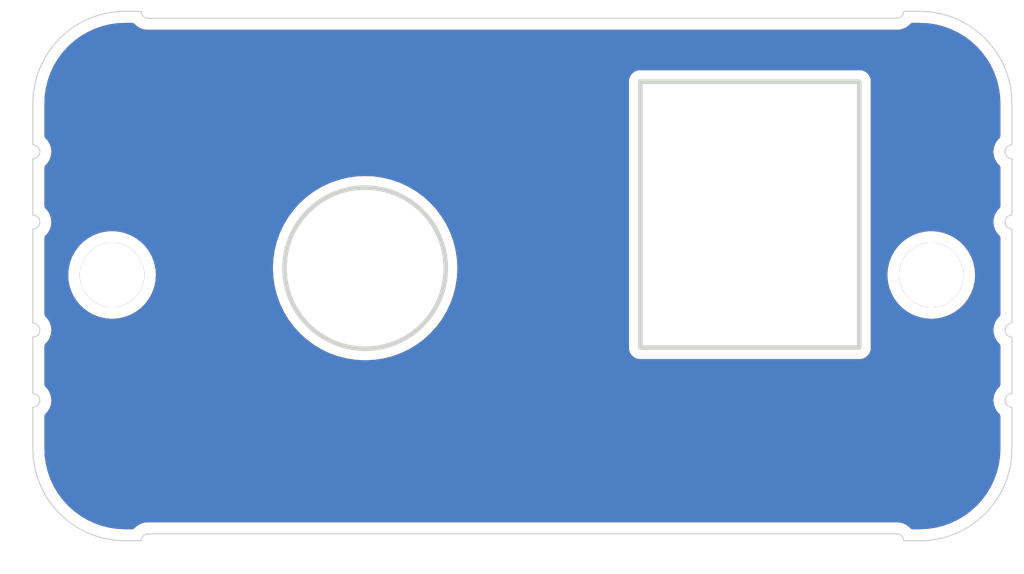
<source format=kicad_pcb>
(kicad_pcb (version 20221018) (generator pcbnew)

  (general
    (thickness 1.6)
  )

  (paper "A4")
  (layers
    (0 "F.Cu" signal "Top Layer")
    (31 "B.Cu" signal "Bottom Layer")
    (32 "B.Adhes" user "B.Adhesive")
    (33 "F.Adhes" user "F.Adhesive")
    (34 "B.Paste" user "Bottom Paste")
    (35 "F.Paste" user "Top Paste")
    (36 "B.SilkS" user "Bottom Overlay")
    (37 "F.SilkS" user "Top Overlay")
    (38 "B.Mask" user "Bottom Solder")
    (39 "F.Mask" user "Top Solder")
    (40 "Dwgs.User" user "Mechanical 10")
    (41 "Cmts.User" user "User.Comments")
    (42 "Eco1.User" user "User.Eco1")
    (43 "Eco2.User" user "Mechanical 11")
    (44 "Edge.Cuts" user)
    (45 "Margin" user)
    (46 "B.CrtYd" user "B.Courtyard")
    (47 "F.CrtYd" user "F.Courtyard")
    (48 "B.Fab" user "Mechanical 13")
    (49 "F.Fab" user "Mechanical 12")
    (50 "User.1" user "Mechanical 1")
    (51 "User.2" user "Mechanical 2")
    (52 "User.3" user "Mechanical 3")
    (53 "User.4" user "Mechanical 4")
    (54 "User.5" user "Mechanical 5")
    (55 "User.6" user "Mechanical 6")
    (56 "User.7" user "Mechanical 7")
    (57 "User.8" user "Mechanical 8")
    (58 "User.9" user "Mechanical 9")
  )

  (setup
    (pad_to_mask_clearance 0)
    (aux_axis_origin 126.62447 194.1101)
    (grid_origin 126.62447 194.1101)
    (pcbplotparams
      (layerselection 0x0001000_ffffffff)
      (plot_on_all_layers_selection 0x0000000_00000000)
      (disableapertmacros false)
      (usegerberextensions false)
      (usegerberattributes true)
      (usegerberadvancedattributes true)
      (creategerberjobfile false)
      (dashed_line_dash_ratio 12.000000)
      (dashed_line_gap_ratio 3.000000)
      (svgprecision 4)
      (plotframeref false)
      (viasonmask false)
      (mode 1)
      (useauxorigin false)
      (hpglpennumber 1)
      (hpglpenspeed 20)
      (hpglpendiameter 15.000000)
      (dxfpolygonmode true)
      (dxfimperialunits true)
      (dxfusepcbnewfont true)
      (psnegative false)
      (psa4output false)
      (plotreference true)
      (plotvalue true)
      (plotinvisibletext false)
      (sketchpadsonfab false)
      (subtractmaskfromsilk false)
      (outputformat 1)
      (mirror false)
      (drillshape 0)
      (scaleselection 1)
      (outputdirectory "gerbers Back_Painel/")
    )
  )

  (net 0 "")

  (gr_arc (start 169.7511 107.6536) (mid 169.45107 107.3536) (end 169.7511 107.0536)
    (stroke (width 0.05) (type solid)) (layer "Edge.Cuts") (tstamp 055a4f91-5658-47eb-a825-ffe7f48aaf2a))
  (gr_arc (start 169.7511 110.7036) (mid 169.45107 110.4036) (end 169.7511 110.1036)
    (stroke (width 0.05) (type solid)) (layer "Edge.Cuts") (tstamp 0c8ca58a-fb99-4767-809e-9265c0866e4e))
  (gr_arc (start 127.2511 97.5036) (mid 128.422673 94.675173) (end 131.2511 93.5036)
    (stroke (width 0.05) (type solid)) (layer "Edge.Cuts") (tstamp 14718f91-42ea-48e0-8234-6c891cce9f54))
  (gr_arc (start 165.0511 93.5036) (mid 164.963234 93.715743) (end 164.7511 93.8036)
    (stroke (width 0.05) (type solid)) (layer "Edge.Cuts") (tstamp 17cb30df-e9c4-4647-8863-e6cd8ad2d20e))
  (gr_line (start 127.2511 99.3036) (end 127.2511 97.5036)
    (stroke (width 0.05) (type solid)) (layer "Edge.Cuts") (tstamp 197b5e93-5c6a-45b2-8417-2b7b2ea4d9c3))
  (gr_line (start 165.7511 116.5036) (end 165.0511 116.5036)
    (stroke (width 0.05) (type solid)) (layer "Edge.Cuts") (tstamp 1c06902c-a6ca-4207-b992-6283e8e1d49a))
  (gr_line (start 169.7511 107.6536) (end 169.7511 110.1036)
    (stroke (width 0.05) (type solid)) (layer "Edge.Cuts") (tstamp 3a6ef281-108a-4847-a9ba-297613b093a8))
  (gr_line (start 169.7511 99.9036) (end 169.7511 102.3536)
    (stroke (width 0.05) (type solid)) (layer "Edge.Cuts") (tstamp 4129407a-3e66-4b8e-80f7-6bacc9fa369a))
  (gr_arc (start 131.2511 116.5036) (mid 128.422673 115.332027) (end 127.2511 112.5036)
    (stroke (width 0.05) (type solid)) (layer "Edge.Cuts") (tstamp 550eb725-6638-4424-a2d7-a7712e83e0a4))
  (gr_line (start 164.7511 116.2036) (end 132.2511 116.2036)
    (stroke (width 0.05) (type solid)) (layer "Edge.Cuts") (tstamp 5bb25bac-478d-4171-9ccc-32b249229b34))
  (gr_arc (start 131.9511 116.5036) (mid 132.03897 116.291479) (end 132.2511 116.2036)
    (stroke (width 0.05) (type solid)) (layer "Edge.Cuts") (tstamp 5d7ed8ed-b6dd-499c-b8bc-d6e523c2dca7))
  (gr_line (start 127.2511 112.5036) (end 127.2511 110.7036)
    (stroke (width 0.05) (type solid)) (layer "Edge.Cuts") (tstamp 643c4fd0-7a82-4f43-b0b1-731e8ef34633))
  (gr_arc (start 165.7511 93.5036) (mid 168.579508 94.675183) (end 169.7511 97.5036)
    (stroke (width 0.05) (type solid)) (layer "Edge.Cuts") (tstamp 6468c434-598d-4800-9dd9-dd412be040ba))
  (gr_line (start 169.7511 102.9536) (end 169.7511 107.0536)
    (stroke (width 0.05) (type solid)) (layer "Edge.Cuts") (tstamp 68b4910d-2a1a-4de8-8341-f5a276688ea1))
  (gr_line (start 127.2511 102.3536) (end 127.2511 99.9036)
    (stroke (width 0.05) (type solid)) (layer "Edge.Cuts") (tstamp 7bdc87f0-2e36-4492-8517-a2b72df85f2b))
  (gr_arc (start 132.2511 93.8036) (mid 132.038949 93.715743) (end 131.9511 93.5036)
    (stroke (width 0.05) (type solid)) (layer "Edge.Cuts") (tstamp 8124f093-af65-469e-9f46-a0682a24d1b9))
  (gr_line (start 132.2511 93.8036) (end 164.7511 93.8036)
    (stroke (width 0.05) (type solid)) (layer "Edge.Cuts") (tstamp 83b46c4e-844c-44a9-bafa-7421ee2484e9))
  (gr_line (start 169.7511 110.7036) (end 169.7511 112.5036)
    (stroke (width 0.05) (type solid)) (layer "Edge.Cuts") (tstamp 9642f0bc-04a1-4dcf-a7d9-b245efb5797b))
  (gr_line (start 127.2511 110.1036) (end 127.2511 107.6536)
    (stroke (width 0.05) (type solid)) (layer "Edge.Cuts") (tstamp 9dcb2588-3c63-4fde-a1f1-6b78b0067ac6))
  (gr_arc (start 127.2511 110.1036) (mid 127.55107 110.4036) (end 127.2511 110.7036)
    (stroke (width 0.05) (type solid)) (layer "Edge.Cuts") (tstamp a0dd395d-9b07-4eff-b068-612e45356638))
  (gr_arc (start 164.7511 116.2036) (mid 164.963213 116.291479) (end 165.0511 116.5036)
    (stroke (width 0.05) (type solid)) (layer "Edge.Cuts") (tstamp aa39a410-a547-40eb-840d-caa0677a6b59))
  (gr_line (start 127.2511 107.0536) (end 127.2511 102.9536)
    (stroke (width 0.05) (type solid)) (layer "Edge.Cuts") (tstamp aaeee2ae-c1fb-4a34-958f-84281cb29a78))
  (gr_arc (start 127.2511 102.3536) (mid 127.55107 102.6536) (end 127.2511 102.9536)
    (stroke (width 0.05) (type solid)) (layer "Edge.Cuts") (tstamp ae25b816-7e8d-44c5-b368-3b5fd88e9476))
  (gr_line (start 131.9511 116.5036) (end 131.2511 116.5036)
    (stroke (width 0.05) (type solid)) (layer "Edge.Cuts") (tstamp ba311562-8925-4e54-961a-7e2d18ff69e3))
  (gr_line (start 165.0511 93.5036) (end 165.7511 93.5036)
    (stroke (width 0.05) (type solid)) (layer "Edge.Cuts") (tstamp beadf698-749c-4b80-8f62-7e43ab7fde32))
  (gr_arc (start 127.2511 107.0536) (mid 127.55107 107.3536) (end 127.2511 107.6536)
    (stroke (width 0.05) (type solid)) (layer "Edge.Cuts") (tstamp c2ca7ac9-ee0b-473a-90de-ae2343535794))
  (gr_rect (start 153.62447 96.5601) (end 163.12447 108.1101)
    (stroke (width 0.2) (type default)) (fill none) (layer "Edge.Cuts") (tstamp c319ae13-8717-42c7-95d2-4d679815bbcb))
  (gr_line (start 169.7511 97.5036) (end 169.7511 99.3036)
    (stroke (width 0.05) (type solid)) (layer "Edge.Cuts") (tstamp c7111e9b-b053-43f8-8850-0a185e6e20dc))
  (gr_arc (start 169.7511 112.5036) (mid 168.579529 115.332038) (end 165.7511 116.5036)
    (stroke (width 0.05) (type solid)) (layer "Edge.Cuts") (tstamp db06ff26-67f5-4aaa-9c15-cb54e99f88e0))
  (gr_line (start 131.2511 93.5036) (end 131.9511 93.5036)
    (stroke (width 0.05) (type solid)) (layer "Edge.Cuts") (tstamp e22ad144-29d0-49fc-8a3b-68a916a84379))
  (gr_arc (start 127.2511 99.3036) (mid 127.55107 99.6036) (end 127.2511 99.9036)
    (stroke (width 0.05) (type solid)) (layer "Edge.Cuts") (tstamp e36adfee-527c-4bc4-85fb-d2fab098f17b))
  (gr_arc (start 169.7511 99.9036) (mid 169.45107 99.6036) (end 169.7511 99.3036)
    (stroke (width 0.05) (type solid)) (layer "Edge.Cuts") (tstamp e6ffb9e6-bf80-4146-8445-49a35e412fa6))
  (gr_circle (center 141.67447 104.6601) (end 145.17447 104.6601)
    (stroke (width 0.2) (type default)) (fill none) (layer "Edge.Cuts") (tstamp e75f0158-a81b-4edd-a309-aee6093528c0))
  (gr_arc (start 169.7511 102.9536) (mid 169.45107 102.6536) (end 169.7511 102.3536)
    (stroke (width 0.05) (type solid)) (layer "Edge.Cuts") (tstamp f2978791-146c-42b2-bacb-cb5e149b291f))
  (gr_circle (center 165.0511 93.5036) (end 165.0511 93.50042)
    (stroke (width 0.00635) (type solid)) (fill none) (layer "B.Fab") (tstamp 0c51a070-ed81-42a1-960c-546e1e1b9477))
  (gr_circle (center 130.5011 112.9786) (end 130.5011 112.97542)
    (stroke (width 0.00635) (type solid)) (fill none) (layer "B.Fab") (tstamp 45fee2ee-25c5-4d4b-94f7-32d0d0bd869a))
  (gr_circle (center 130.7011 102.0836) (end 130.7011 102.08042)
    (stroke (width 0.00635) (type solid)) (fill none) (layer "B.Fab") (tstamp 4d4f4a03-776b-4213-a943-6a54bbf8cc63))
  (gr_circle (center 129.0011 111.1786) (end 129.0011 111.17542)
    (stroke (width 0.00635) (type solid)) (fill none) (layer "B.Fab") (tstamp 50e11ff5-1de8-41e5-a02c-ceb4de7c3069))
  (gr_circle (center 166.2511 114.7536) (end 166.2511 114.75042)
    (stroke (width 0.00635) (type solid)) (fill none) (layer "B.Fab") (tstamp 61fd812d-f5fe-40b0-8184-0d582890c93c))
  (gr_circle (center 161.80889 93.8036) (end 161.80889 93.80042)
    (stroke (width 0.00635) (type solid)) (fill none) (layer "B.Fab") (tstamp 6734bfd8-7b77-443a-acdb-9737ffb1b98d))
  (gr_circle (center 164.75109 93.8036) (end 164.75109 93.80042)
    (stroke (width 0.00635) (type solid)) (fill none) (layer "B.Fab") (tstamp 73c5a745-c709-4a4e-b0d5-8ef1942dcd9d))
  (gr_circle (center 131.0011 95.0036) (end 131.0011 95.00042)
    (stroke (width 0.00635) (type solid)) (fill none) (layer "B.Fab") (tstamp 753e43ea-4624-4529-86ea-acdb1494590e))
  (gr_circle (center 131.0011 115.0036) (end 131.0011 115.00042)
    (stroke (width 0.00635) (type solid)) (fill none) (layer "B.Fab") (tstamp 790ab043-a657-447a-a6c6-bcb329cd6682))
  (gr_circle (center 168.2511 97.2786) (end 168.2511 97.27542)
    (stroke (width 0.00635) (type solid)) (fill none) (layer "B.Fab") (tstamp 8b332131-d87e-42e1-9734-e8f8ca3be8df))
  (gr_circle (center 166.2511 109.9736) (end 166.2511 109.97042)
    (stroke (width 0.00635) (type solid)) (fill none) (layer "B.Fab") (tstamp 91d7c32c-3592-4030-ad2c-d94c4bfa03fe))
  (gr_circle (center 164.20186 106.6886) (end 164.20186 106.68542)
    (stroke (width 0.00635) (type solid)) (fill none) (layer "B.Fab") (tstamp 93b41885-50e9-4fa3-9dfe-7ddb6c3b49a5))
  (gr_circle (center 168.2511 112.7286) (end 168.2511 112.72542)
    (stroke (width 0.00635) (type solid)) (fill none) (layer "B.Fab") (tstamp 95978dcf-c151-4adc-9241-3632d136af0e))
  (gr_circle (center 166.3011 102.59424) (end 166.3011 102.59106)
    (stroke (width 0.00635) (type solid)) (fill none) (layer "B.Fab") (tstamp 9ea345d3-8708-47cc-9729-cbda0a38b5f6))
  (gr_circle (center 166.00109 95.0036) (end 166.00109 95.00042)
    (stroke (width 0.00635) (type solid)) (fill none) (layer "B.Fab") (tstamp bce6dcd6-5378-43d3-ab33-1b7a08f21bbc))
  (gr_circle (center 130.5011 111.1786) (end 130.5011 111.17542)
    (stroke (width 0.00635) (type solid)) (fill none) (layer "B.Fab") (tstamp c0da64cb-f171-4333-9f8c-f6162f024cd9))
  (gr_circle (center 129.0011 109.7236) (end 129.0011 109.72042)
    (stroke (width 0.00635) (type solid)) (fill none) (layer "B.Fab") (tstamp c12d2868-3e7f-450c-8ffe-787808544638))
  (gr_circle (center 128.7511 97.2786) (end 128.7511 97.27542)
    (stroke (width 0.00635) (type solid)) (fill none) (layer "B.Fab") (tstamp ce12c2b6-c56c-4f1e-91e3-02c317884736))
  (gr_circle (center 165.7511 116.5036) (end 165.7511 116.50042)
    (stroke (width 0.00635) (type solid)) (fill none) (layer "B.Fab") (tstamp ee6da9ec-f1d2-40e0-b91a-34db34a497ad))
  (gr_circle (center 164.75109 93.8036) (end 164.75109 93.80042)
    (stroke (width 0.00635) (type solid)) (fill none) (layer "B.Fab") (tstamp ef4cdf52-d900-4e08-8270-f8ab243bd72e))
  (gr_circle (center 165.7511 93.5036) (end 165.7511 93.50042)
    (stroke (width 0.00635) (type solid)) (fill none) (layer "B.Fab") (tstamp f6a37bfb-793b-4233-90f3-83c00dd098d8))
  (gr_line (start 129.0011 112.9786) (end 130.5011 112.9786)
    (stroke (width 0.0127) (type solid)) (layer "F.Fab") (tstamp 077ddcde-d308-44f5-9d17-307fed3fa149))
  (gr_arc (start 167.188568 106.329193) (mid 167.097416 106.541849) (end 166.909256 106.676484)
    (stroke (width 0.0127) (type solid)) (layer "F.Fab") (tstamp 07ddd699-1690-4222-b169-227bef3f4527))
  (gr_arc (start 132.159229 105.916163) (mid 132.781664 106.493564) (end 132.508119 107.2973)
    (stroke (width 0.0127) (type solid)) (layer "F.Fab") (tstamp 08aa3ade-aa8f-4ffe-8786-c01dd96aefdf))
  (gr_arc (start 128.7511 111.4286) (mid 128.824323 111.251823) (end 129.0011 111.1786)
    (stroke (width 0.0127) (type solid)) (layer "F.Fab") (tstamp 09092907-69e1-4e7a-96c4-e54fc84843c7))
  (gr_line (start 128.7511 101.8336) (end 128.7511 100.5336)
    (stroke (width 0.0127) (type solid)) (layer "F.Fab") (tstamp 0948c7f7-3fb6-4522-87c7-7febca61fcc1))
  (gr_arc (start 166.909256 103.330717) (mid 167.097416 103.465352) (end 167.188567 103.678007)
    (stroke (width 0.0127) (type solid)) (layer "F.Fab") (tstamp 0b82e19d-a514-4359-baa9-4433d137f7c5))
  (gr_line (start 166.2511 100.0336) (end 166.2511 99.0786)
    (stroke (width 0.0127) (type solid)) (layer "F.Fab") (tstamp 136af3c5-1f32-455a-b889-cd4ebdc2d652))
  (gr_arc (start 129.0011 102.0836) (mid 128.824323 102.010377) (end 128.7511 101.8336)
    (stroke (width 0.0127) (type solid)) (layer "F.Fab") (tstamp 1647e1e8-1e86-48c3-8a22-e74432972da4))
  (gr_line (start 131.0011 95.0036) (end 166.0011 95.0036)
    (stroke (width 0.0127) (type solid)) (layer "F.Fab") (tstamp 1906e828-5059-4d76-8497-8dc8099c1882))
  (gr_line (start 166.5011 100.2836) (end 168.0011 100.2836)
    (stroke (width 0.0127) (type solid)) (layer "F.Fab") (tstamp 1a5ab90c-d752-4828-8043-f42650e15208))
  (gr_arc (start 128.7511 108.1736) (mid 128.824323 107.996823) (end 129.0011 107.9236)
    (stroke (width 0.0127) (type solid)) (layer "F.Fab") (tstamp 1b85b321-db19-4e3d-a134-dc2326a0b653))
  (gr_line (start 130.7511 100.0336) (end 130.7511 99.0786)
    (stroke (width 0.0127) (type solid)) (layer "F.Fab") (tstamp 1e757e26-107b-438f-9a55-3e5ef457f6a2))
  (gr_arc (start 167.626693 104.116126) (mid 167.333475 103.971225) (end 167.188574 103.678007)
    (stroke (width 0.0127) (type solid)) (layer "F.Fab") (tstamp 20797475-015c-443e-bff8-b0472fb7f668))
  (gr_line (start 168.2511 101.8336) (end 168.2511 100.5336)
    (stroke (width 0.0127) (type solid)) (layer "F.Fab") (tstamp 2a3d2ec5-4bbd-4837-8b2f-6ea5fdf17cd8))
  (gr_arc (start 130.5011 112.9786) (mid 130.677877 113.051823) (end 130.7511 113.2286)
    (stroke (width 0.0127) (type solid)) (layer "F.Fab") (tstamp 2bbfc57a-b58d-4eaa-bd0e-8ac177a073fc))
  (gr_arc (start 166.5011 97.0286) (mid 166.324323 96.955377) (end 166.2511 96.7786)
    (stroke (width 0.0127) (type solid)) (layer "F.Fab") (tstamp 2f182760-53db-4665-ae70-8fe50253c91a))
  (gr_arc (start 129.0011 98.8286) (mid 128.824323 98.755377) (end 128.7511 98.5786)
    (stroke (width 0.0127) (type solid)) (layer "F.Fab") (tstamp 2ff963ad-2e41-4489-9d81-36b6e9809e32))
  (gr_arc (start 132.508119 102.70991) (mid 132.781664 103.513645) (end 132.159229 104.091047)
    (stroke (width 0.0127) (type solid)) (layer "F.Fab") (tstamp 3118e811-4319-4ca4-90f0-ecd3a7ca990a))
  (gr_line (start 129.0011 100.2836) (end 130.5011 100.2836)
    (stroke (width 0.0127) (type solid)) (layer "F.Fab") (tstamp 3aef84cd-140c-4ef7-8e8c-86503861f82e))
  (gr_arc (start 130.7511 96.7786) (mid 130.677877 96.955377) (end 130.5011 97.0286)
    (stroke (width 0.0127) (type solid)) (layer "F.Fab") (tstamp 44765f81-9da4-4e04-abf4-90f38fcfcbb2))
  (gr_arc (start 167.973983 104.395437) (mid 168.0811 105.0036) (end 167.973983 105.611762)
    (stroke (width 0.0127) (type solid)) (layer "F.Fab") (tstamp 44f4656d-7e10-4843-b983-2bc6b15cffef))
  (gr_line (start 168.2511 98.5786) (end 168.2511 97.2786)
    (stroke (width 0.0127) (type solid)) (layer "F.Fab") (tstamp 4676d20d-1d2a-44e6-bd9b-0064135381fa))
  (gr_arc (start 130.7011 102.0836) (mid 131.657344 102.244615) (end 132.508129 102.709903)
    (stroke (width 0.0127) (type solid)) (layer "F.Fab") (tstamp 46b03202-14f1-4082-a4f9-34f56dadbd96))
  (gr_line (start 128.7511 112.7286) (end 128.7511 111.4286)
    (stroke (width 0.0127) (type solid)) (layer "F.Fab") (tstamp 4d34d6c4-ffd8-45ca-8689-651e95cc47d7))
  (gr_line (start 166.3011 102.0836) (end 168.0011 102.0836)
    (stroke (width 0.0127) (type solid)) (layer "F.Fab") (tstamp 4d94689c-b1e3-4869-a1bf-5faf8951e3b2))
  (gr_line (start 129.0011 107.9236) (end 130.7011 107.9236)
    (stroke (width 0.0127) (type solid)) (layer "F.Fab") (tstamp 51922d47-79d9-4b96-8f76-01659e5fa392))
  (gr_arc (start 166.3011 107.9236) (mid 165.349035 107.76403) (end 164.501025 107.302759)
    (stroke (width 0.0127) (type solid)) (layer "F.Fab") (tstamp 546b6be7-eb7e-457c-ad65-64a025ed9fc4))
  (gr_arc (start 168.2511 98.5786) (mid 168.177877 98.755377) (end 168.0011 98.8286)
    (stroke (width 0.0127) (type solid)) (layer "F.Fab") (tstamp 54ea39a4-6705-4487-aac2-30efa47d0943))
  (gr_arc (start 129.813626 103.678007) (mid 129.668725 103.971225) (end 129.375507 104.116126)
    (stroke (width 0.0127) (type solid)) (layer "F.Fab") (tstamp 59ff2f52-c71d-4cd7-b714-5f1b5364bddc))
  (gr_arc (start 165.438896 103.661431) (mid 165.53406 103.450541) (end 165.724738 103.319496)
    (stroke (width 0.0127) (type solid)) (layer "F.Fab") (tstamp 637a7e47-2246-4d11-bff1-a61765cddf9d))
  (gr_line (start 168.2511 112.7286) (end 168.2511 111.4286)
    (stroke (width 0.0127) (type solid)) (layer "F.Fab") (tstamp 64566c68-e0be-4e74-9c54-2004c15e0c1d))
  (gr_arc (start 168.2511 112.7286) (mid 168.177877 112.905377) (end 168.0011 112.9786)
    (stroke (width 0.0127) (type solid)) (layer "F.Fab") (tstamp 66bdea4e-3d1f-47be-8205-c9cfff6356fc))
  (gr_arc (start 168.2511 101.8336) (mid 168.177877 102.010377) (end 168.0011 102.0836)
    (stroke (width 0.0127) (type solid)) (layer "F.Fab") (tstamp 70a4fca1-487a-4c17-aa76-a189fef03f68))
  (gr_arc (start 128.7511 97.2786) (mid 128.824323 97.101823) (end 129.0011 97.0286)
    (stroke (width 0.0127) (type solid)) (layer "F.Fab") (tstamp 73a8091e-c7d3-4e1a-88b0-c21544ee4c82))
  (gr_line (start 130.7511 114.7536) (end 130.7511 113.2286)
    (stroke (width 0.0127) (type solid)) (layer "F.Fab") (tstamp 7467506c-728e-4c1d-b428-e2c429f5afb6))
  (gr_arc (start 132.15923 104.091039) (mid 131.773358 104.002203) (end 131.567352 103.664046)
    (stroke (width 0.0127) (type solid)) (layer "F.Fab") (tstamp 76846352-9cf3-4a58-8a78-4eff794b5323))
  (gr_arc (start 168.2511 109.4736) (mid 168.177877 109.650377) (end 168.0011 109.7236)
    (stroke (width 0.0127) (type solid)) (layer "F.Fab") (tstamp 77aead34-26dd-400a-8c59-98a561aaba6b))
  (gr_line (start 130.7511 110.9286) (end 130.7511 109.9736)
    (stroke (width 0.0127) (type solid)) (layer "F.Fab") (tstamp 78570a43-d181-4ae7-90f0-c8dfc219f5fb))
  (gr_arc (start 131.567359 106.343162) (mid 131.472833 106.554339) (end 131.282553 106.685961)
    (stroke (width 0.0127) (type solid)) (layer "F.Fab") (tstamp 7ceccab3-7f9a-4ad1-8504-e45ff7af9263))
  (gr_arc (start 131.282554 103.321249) (mid 131.472834 103.452872) (end 131.567359 103.664049)
    (stroke (width 0.0127) (type solid)) (layer "F.Fab") (tstamp 81b4e8de-c02d-40e3-8bdb-22192b6ac59e))
  (gr_arc (start 166.2511 113.2286) (mid 166.324323 113.051823) (end 166.5011 112.9786)
    (stroke (width 0.0127) (type solid)) (layer "F.Fab") (tstamp 83780d71-fa9d-4721-b827-62c6a6c5e806))
  (gr_arc (start 130.092934 106.676483) (mid 129.904774 106.541848) (end 129.813623 106.329193)
    (stroke (width 0.0127) (type solid)) (layer "F.Fab") (tstamp 85de9873-8836-4bd8-b0da-22a0a8b60268))
  (gr_line (start 129.0011 102.0836) (end 130.7011 102.0836)
    (stroke (width 0.0127) (type solid)) (layer "F.Fab") (tstamp 8c045b85-1a0b-4047-8e79-b7faf1f7e75d))
  (gr_arc (start 130.092937 103.330717) (mid 130.686931 103.223656) (end 131.282554 103.321247)
    (stroke (width 0.0127) (type solid)) (layer "F.Fab") (tstamp 8c3c8223-b44f-42fc-82e2-928f8fef2410))
  (gr_arc (start 166.2511 99.0786) (mid 166.324323 98.901823) (end 166.5011 98.8286)
    (stroke (width 0.0127) (type solid)) (layer "F.Fab") (tstamp 8cb23f21-13e0-4a12-9141-318df85d85ce))
  (gr_arc (start 129.375507 105.891074) (mid 129.668725 106.035975) (end 129.813626 106.329193)
    (stroke (width 0.0127) (type solid)) (layer "F.Fab") (tstamp 93ad01f8-e0a4-4721-810a-25acf0afa2f7))
  (gr_arc (start 130.7511 95.2536) (mid 130.824323 95.076823) (end 131.0011 95.0036)
    (stroke (width 0.0127) (type solid)) (layer "F.Fab") (tstamp 96f88bd5-f7b3-4a8f-89f2-0e5add59afcf))
  (gr_arc (start 166.0011 95.0036) (mid 166.177877 95.076823) (end 166.2511 95.2536)
    (stroke (width 0.0127) (type solid)) (layer "F.Fab") (tstamp 97516ec5-9818-4810-bf80-e1d663edb7d8))
  (gr_line (start 166.5011 111.1786) (end 168.0011 111.1786)
    (stroke (width 0.0127) (type solid)) (layer "F.Fab") (tstamp 985957a8-dd19-4178-b47e-3f906dddc5cf))
  (gr_line (start 129.0011 109.7236) (end 130.5011 109.7236)
    (stroke (width 0.0127) (type solid)) (layer "F.Fab") (tstamp 9bf16a98-0c9b-4d15-8b7a-f00fb95ad5b8))
  (gr_line (start 131.0011 115.0036) (end 166.0011 115.0036)
    (stroke (width 0.0127) (type solid)) (layer "F.Fab") (tstamp 9c92d7e1-5e7b-4f24-9148-61001e18449f))
  (gr_arc (start 130.7511 110.9286) (mid 130.677877 111.105377) (end 130.5011 111.1786)
    (stroke (width 0.0127) (type solid)) (layer "F.Fab") (tstamp 9ce05647-41c1-4a7c-a7fc-f093ec5eea18))
  (gr_line (start 166.5011 109.7236) (end 168.0011 109.7236)
    (stroke (width 0.0127) (type solid)) (layer "F.Fab") (tstamp 9da118f6-2034-44f0-9bc2-a1d5d3d70451))
  (gr_arc (start 164.845729 105.920578) (mid 165.231868 106.008245) (end 165.438898 106.345777)
    (stroke (width 0.0127) (type solid)) (layer "F.Fab") (tstamp 9fca871b-936a-4653-b21e-75936aa59ff2))
  (gr_line (start 166.5011 97.0286) (end 168.0011 97.0286)
    (stroke (width 0.0127) (type solid)) (layer "F.Fab") (tstamp a34abb3b-e600-4b53-8241-eb9a61de805f))
  (gr_arc (start 168.0011 97.0286) (mid 168.177877 97.101823) (end 168.2511 97.2786)
    (stroke (width 0.0127) (type solid)) (layer "F.Fab") (tstamp a396afc4-4ab9-47af-b074-adb6c6d97271))
  (gr_line (start 166.2511 114.7536) (end 166.2511 113.2286)
    (stroke (width 0.0127) (type solid)) (layer "F.Fab") (tstamp a3fae837-42c6-4013-a90f-ea3a0990081d))
  (gr_arc (start 166.2511 114.7536) (mid 166.177877 114.930377) (end 166.0011 115.0036)
    (stroke (width 0.0127) (type solid)) (layer "F.Fab") (tstamp a618a75c-4b63-45fe-ade5-56acee480f68))
  (gr_arc (start 129.028217 104.395444) (mid 129.162852 104.207284) (end 129.375507 104.116133)
    (stroke (width 0.0127) (type solid)) (layer "F.Fab") (tstamp a888bd28-8c3b-4dc1-baa8-2404ba603ea2))
  (gr_arc (start 166.5011 111.1786) (mid 166.324323 111.105377) (end 166.2511 110.9286)
    (stroke (width 0.0127) (type solid)) (layer "F.Fab") (tstamp a95b8283-b989-45d5-bb85-0d5747306a85))
  (gr_arc (start 168.0011 100.2836) (mid 168.177877 100.356823) (end 168.2511 100.5336)
    (stroke (width 0.0127) (type solid)) (layer "F.Fab") (tstamp aa780f18-f9ba-4907-b247-63978aebf3a7))
  (gr_arc (start 165.724743 103.319494) (mid 166.317964 103.22368) (end 166.909263 103.330717)
    (stroke (width 0.0127) (type solid)) (layer "F.Fab") (tstamp aae9069b-17d2-40cd-ac91-afd694666a60))
  (gr_arc (start 130.7511 100.0336) (mid 130.677877 100.210377) (end 130.5011 100.2836)
    (stroke (width 0.0127) (type solid)) (layer "F.Fab") (tstamp ab6d225d-a188-4148-8c16-28006654e277))
  (gr_arc (start 131.282554 106.685953) (mid 130.686931 106.783544) (end 130.092937 106.676483)
    (stroke (width 0.0127) (type solid)) (layer "F.Fab") (tstamp af941f7b-ce89-4fa0-acbd-22e092fd0cb5))
  (gr_arc (start 129.375507 105.891078) (mid 129.162851 105.799926) (end 129.028216 105.611766)
    (stroke (width 0.0127) (type solid)) (layer "F.Fab") (tstamp afa1abc7-6d57-452a-9eda-5c90745006f5))
  (gr_arc (start 130.5011 98.8286) (mid 130.677877 98.901823) (end 130.7511 99.0786)
    (stroke (width 0.0127) (type solid)) (layer "F.Fab") (tstamp b1deb02e-1c3d-47bc-9e57-bd9e626ced57))
  (gr_arc (start 168.0011 111.1786) (mid 168.177877 111.251823) (end 168.2511 111.4286)
    (stroke (width 0.0127) (type solid)) (layer "F.Fab") (tstamp b54a590f-6738-4481-b258-5063759a6881))
  (gr_line (start 129.0011 98.8286) (end 130.5011 98.8286)
    (stroke (width 0.0127) (type solid)) (layer "F.Fab") (tstamp b8f22663-6cb8-4af7-862b-16736862932e))
  (gr_arc (start 166.5011 100.2836) (mid 166.324323 100.210377) (end 166.2511 100.0336)
    (stroke (width 0.0127) (type solid)) (layer "F.Fab") (tstamp bac2b47e-68cc-4b81-9d18-dd923610f525))
  (gr_arc (start 164.501018 107.302759) (mid 164.225041 106.499855) (end 164.845725 105.920572)
    (stroke (width 0.0127) (type solid)) (layer "F.Fab") (tstamp bb572e92-7aa3-4b1f-a03c-c2d3fff07f24))
  (gr_line (start 166.3011 107.9236) (end 168.0011 107.9236)
    (stroke (width 0.0127) (type solid)) (layer "F.Fab") (tstamp bde11665-7409-457c-b8c2-a992bb8a10c5))
  (gr_arc (start 167.973983 105.611766) (mid 167.839348 105.799926) (end 167.626693 105.891077)
    (stroke (width 0.0127) (type solid)) (layer "F.Fab") (tstamp bf1058ad-50d7-45c4-9c7a-df50647cc1eb))
  (gr_line (start 128.7511 98.5786) (end 128.7511 97.2786)
    (stroke (width 0.0127) (type solid)) (layer "F.Fab") (tstamp c19c6b7e-0e17-4068-ae43-30fdf2c6e160))
  (gr_arc (start 164.845725 104.086628) (mid 164.225041 103.507345) (end 164.501018 102.704441)
    (stroke (width 0.0127) (type solid)) (layer "F.Fab") (tstamp c8984b9b-24d9-499f-84eb-d3d790f022c9))
  (gr_arc (start 167.188574 106.329193) (mid 167.333475 106.035975) (end 167.626693 105.891074)
    (stroke (width 0.0127) (type solid)) (layer "F.Fab") (tstamp c8a0d2d4-4280-4678-a9e3-7bccdf8b5937))
  (gr_line (start 166.2511 110.9286) (end 166.2511 109.9736)
    (stroke (width 0.0127) (type solid)) (layer "F.Fab") (tstamp ca23df57-1606-41a3-90e5-74b4aa0f07fb))
  (gr_arc (start 168.0011 107.9236) (mid 168.177877 107.996823) (end 168.2511 108.1736)
    (stroke (width 0.0127) (type solid)) (layer "F.Fab") (tstamp cc008a1e-c750-4a61-b76b-4cdb6093c0c5))
  (gr_arc (start 165.724738 106.687705) (mid 165.53406 106.55666) (end 165.438896 106.34577)
    (stroke (width 0.0127) (type solid)) (layer "F.Fab") (tstamp cc990a67-8c3c-4a26-b902-66e32446a2d3))
  (gr_arc (start 129.0011 109.7236) (mid 128.824323 109.650377) (end 128.7511 109.4736)
    (stroke (width 0.0127) (type solid)) (layer "F.Fab") (tstamp cdb55ac1-1dd3-4989-89ad-c47533b2076e))
  (gr_arc (start 130.5011 109.7236) (mid 130.677877 109.796823) (end 130.7511 109.9736)
    (stroke (width 0.0127) (type solid)) (layer "F.Fab") (tstamp d16fc8ec-d160-425e-b5af-df7a0a2fa200))
  (gr_arc (start 131.567351 106.343154) (mid 131.773357 106.004996) (end 132.15923 105.91616)
    (stroke (width 0.0127) (type solid)) (layer "F.Fab") (tstamp d2bf27cb-6e25-4f66-b44b-56b9ffe02802))
  (gr_line (start 129.0011 97.0286) (end 130.5011 97.0286)
    (stroke (width 0.0127) (type solid)) (layer "F.Fab") (tstamp d353c9ec-39af-4092-bc91-600e4f06e35b))
  (gr_line (start 130.7511 96.7786) (end 130.7511 95.2536)
    (stroke (width 0.0127) (type solid)) (layer "F.Fab") (tstamp d501f7cf-abfa-4e4e-9e9e-9a691588791e))
  (gr_arc (start 129.028217 105.611763) (mid 128.9211 105.0036) (end 129.028217 104.395438)
    (stroke (width 0.0127) (type solid)) (layer "F.Fab") (tstamp d6be5287-f61c-4105-b5f9-5aec73c54d84))
  (gr_line (start 168.2511 109.4736) (end 168.2511 108.1736)
    (stroke (width 0.0127) (type solid)) (layer "F.Fab") (tstamp db14d95b-71c3-4dd0-a5b7-9a57c87b31e1))
  (gr_arc (start 166.909263 106.676483) (mid 166.317964 106.78352) (end 165.724744 106.687706)
    (stroke (width 0.0127) (type solid)) (layer "F.Fab") (tstamp df7f6014-8153-4b66-ba35-2ea5be7aeb74))
  (gr_line (start 129.0011 111.1786) (end 130.5011 111.1786)
    (stroke (width 0.0127) (type solid)) (layer "F.Fab") (tstamp e1bedfa1-3537-4e2d-8ae3-d13040c87ea9))
  (gr_line (start 128.7511 109.4736) (end 128.7511 108.1736)
    (stroke (width 0.0127) (type solid)) (layer "F.Fab") (tstamp e2687196-7b4b-4471-b225-8e454208e49a))
  (gr_arc (start 166.2511 109.9736) (mid 166.324323 109.796823) (end 166.5011 109.7236)
    (stroke (width 0.0127) (type solid)) (layer "F.Fab") (tstamp e3bd065c-9a29-40ac-b80b-61743ca7e0d7))
  (gr_line (start 166.2511 96.7786) (end 166.2511 95.2536)
    (stroke (width 0.0127) (type solid)) (layer "F.Fab") (tstamp e4d7a59f-bd15-4c19-9e0d-d637680ef7f4))
  (gr_arc (start 167.626693 104.116132) (mid 167.839349 104.207284) (end 167.973984 104.395444)
    (stroke (width 0.0127) (type solid)) (layer "F.Fab") (tstamp e634a07d-2a9f-4a2a-a6be-a1b4b1f54a93))
  (gr_arc (start 129.813622 103.678007) (mid 129.904774 103.465351) (end 130.092934 103.330716)
    (stroke (width 0.0127) (type solid)) (layer "F.Fab") (tstamp e9809086-b721-4456-b535-e02482875d1e))
  (gr_line (start 166.5011 98.8286) (end 168.0011 98.8286)
    (stroke (width 0.0127) (type solid)) (layer "F.Fab") (tstamp ec5e0046-7a70-4788-8e47-cd1f92aeb15c))
  (gr_arc (start 129.0011 112.9786) (mid 128.824323 112.905377) (end 128.7511 112.7286)
    (stroke (width 0.0127) (type solid)) (layer "F.Fab") (tstamp ed555ad7-8388-4ee9-9114-49105a0e1cdb))
  (gr_line (start 166.5011 112.9786) (end 168.0011 112.9786)
    (stroke (width 0.0127) (type solid)) (layer "F.Fab") (tstamp ef0e8230-fc98-432d-bf38-e6c38478c208))
  (gr_arc (start 128.7511 100.5336) (mid 128.824323 100.356823) (end 129.0011 100.2836)
    (stroke (width 0.0127) (type solid)) (layer "F.Fab") (tstamp f244ab64-58c6-4614-8652-9437ecdf4221))
  (gr_arc (start 132.508129 107.297297) (mid 131.657344 107.762585) (end 130.701101 107.9236)
    (stroke (width 0.0127) (type solid)) (layer "F.Fab") (tstamp f3b65656-7f2e-4931-a73f-1c79a9dc0ee4))
  (gr_arc (start 131.0011 115.0036) (mid 130.824323 114.930377) (end 130.7511 114.7536)
    (stroke (width 0.0127) (type solid)) (layer "F.Fab") (tstamp f746e274-cab9-4e0f-ae72-ce0104625c88))
  (gr_arc (start 164.501025 102.704441) (mid 165.349035 102.24317) (end 166.3011 102.0836)
    (stroke (width 0.0127) (type solid)) (layer "F.Fab") (tstamp f8d71a40-3027-4586-a4c0-7774aba598c1))
  (gr_arc (start 165.438898 103.661433) (mid 165.231869 103.998965) (end 164.845729 104.086632)
    (stroke (width 0.0127) (type solid)) (layer "F.Fab") (tstamp fbe5213f-995f-4856-9324-976a29fd0081))
  (gr_line (start 128.01395 105.0036) (end 168.98824 105.0036)
    (stroke (width 0.0127) (type solid)) (layer "User.4") (tstamp 75573f8b-e8d4-432b-a506-0084025aaa18))
  (gr_line (start 166.3011 107.7701) (end 166.3011 102.59424)
    (stroke (width 0.0127) (type solid)) (layer "User.4") (tstamp ab441c48-bf37-44c2-9245-fc8982f7fcaa))
  (gr_line (start 130.7011 107.38133) (end 130.7011 102.75443)
    (stroke (width 0.0127) (type solid)) (layer "User.4") (tstamp fc84b20f-3b8e-4624-ab51-39149ebfced6))

  (via (at 166.24847 104.9561) (size 2.8) (drill 2.8) (layers "F.Cu" "B.Cu") (net 0) (tstamp 121c7259-b1c7-47b5-a28f-9ad6c863a50a))
  (via (at 130.68847 104.9561) (size 2.8) (drill 2.8) (layers "F.Cu" "B.Cu") (net 0) (tstamp 37f30f07-3ebc-4eaa-b67e-59ebc2aea214))

  (zone (net 0) (net_name "") (layers "*.Cu") (tstamp 00327445-7650-4aaa-8342-dc6b52cab120) (hatch edge 0.5)
    (connect_pads (clearance 0))
    (min_thickness 0.25) (filled_areas_thickness no)
    (keepout (tracks not_allowed) (vias not_allowed) (pads not_allowed) (copperpour not_allowed) (footprints allowed))
    (fill (thermal_gap 0.5) (thermal_bridge_width 0.5))
    (polygon
      (pts
        (xy 127.251099 99.30995)
        (xy 127.247367 99.308737)
        (xy 127.245061 99.305562)
        (xy 127.245061 99.301637)
        (xy 127.247368 99.298462)
        (xy 127.251101 99.29725)
        (xy 127.345761 99.312251)
        (xy 127.431153 99.355768)
        (xy 127.49892 99.423542)
        (xy 127.542428 99.508938)
        (xy 127.55742 99.6036)
        (xy 127.542428 99.698262)
        (xy 127.49892 99.783658)
        (xy 127.431153 99.851432)
        (xy 127.345761 99.894949)
        (xy 127.251101 99.90995)
        (xy 127.247368 99.908738)
        (xy 127.245061 99.905563)
        (xy 127.245061 99.901638)
        (xy 127.247367 99.898463)
        (xy 127.251099 99.89725)
        (xy 127.302875 99.897245)
        (xy 127.400177 99.861822)
        (xy 127.479498 99.795256)
        (xy 127.53127 99.705577)
        (xy 127.54925 99.6036)
        (xy 127.53127 99.501623)
        (xy 127.479498 99.411944)
        (xy 127.400177 99.345378)
        (xy 127.302875 99.309955)
      )
    )
  )
  (zone (net 0) (net_name "") (layers "*.Cu") (tstamp 08736b22-a31a-49d0-af56-332e5e0d67b0) (hatch edge 0.5)
    (connect_pads (clearance 0))
    (min_thickness 0.25) (filled_areas_thickness no)
    (keepout (tracks not_allowed) (vias not_allowed) (pads not_allowed) (copperpour not_allowed) (footprints allowed))
    (fill (thermal_gap 0.5) (thermal_bridge_width 0.5))
    (polygon
      (pts
        (xy 127.24661 107.64911)
        (xy 127.2511 107.64725)
        (xy 127.25559 107.64911)
        (xy 127.25745 107.6536)
        (xy 127.25745 110.1036)
        (xy 127.25559 110.10809)
        (xy 127.2511 110.10995)
        (xy 127.24661 110.10809)
        (xy 127.24475 110.1036)
        (xy 127.24475 107.6536)
      )
    )
  )
  (zone (net 0) (net_name "") (layers "*.Cu") (tstamp 0fb902b1-6ecc-4557-8839-9dfefe46b2d8) (hatch edge 0.5)
    (connect_pads (clearance 0))
    (min_thickness 0.25) (filled_areas_thickness no)
    (keepout (tracks not_allowed) (vias not_allowed) (pads not_allowed) (copperpour not_allowed) (footprints allowed))
    (fill (thermal_gap 0.5) (thermal_bridge_width 0.5))
    (polygon
      (pts
        (xy 169.74661 99.89911)
        (xy 169.7511 99.89725)
        (xy 169.75559 99.89911)
        (xy 169.75745 99.9036)
        (xy 169.75745 102.3536)
        (xy 169.75559 102.35809)
        (xy 169.7511 102.35995)
        (xy 169.74661 102.35809)
        (xy 169.74475 102.3536)
        (xy 169.74475 99.9036)
      )
    )
  )
  (zone (net 0) (net_name "") (layers "*.Cu") (tstamp 165ecf74-656f-4f02-a98f-4956f6fc4b8f) (hatch edge 0.5)
    (connect_pads (clearance 0))
    (min_thickness 0.25) (filled_areas_thickness no)
    (keepout (tracks not_allowed) (vias not_allowed) (pads not_allowed) (copperpour not_allowed) (footprints allowed))
    (fill (thermal_gap 0.5) (thermal_bridge_width 0.5))
    (polygon
      (pts
        (xy 127.24661 110.69911)
        (xy 127.2511 110.69725)
        (xy 127.25559 110.69911)
        (xy 127.25745 110.7036)
        (xy 127.25745 112.5036)
        (xy 127.25559 112.50809)
        (xy 127.2511 112.50995)
        (xy 127.24661 112.50809)
        (xy 127.24475 112.5036)
        (xy 127.24475 110.7036)
      )
    )
  )
  (zone (net 0) (net_name "") (layers "*.Cu") (tstamp 200daf78-66a9-4f9b-beb2-71f25e318342) (hatch edge 0.5)
    (connect_pads (clearance 0))
    (min_thickness 0.25) (filled_areas_thickness no)
    (keepout (tracks not_allowed) (vias not_allowed) (pads not_allowed) (copperpour not_allowed) (footprints allowed))
    (fill (thermal_gap 0.5) (thermal_bridge_width 0.5))
    (polygon
      (pts
        (xy 127.24661 102.94911)
        (xy 127.2511 102.94725)
        (xy 127.25559 102.94911)
        (xy 127.25745 102.9536)
        (xy 127.25745 107.0536)
        (xy 127.25559 107.05809)
        (xy 127.2511 107.05995)
        (xy 127.24661 107.05809)
        (xy 127.24475 107.0536)
        (xy 127.24475 102.9536)
      )
    )
  )
  (zone (net 0) (net_name "") (layers "*.Cu") (tstamp 2021699b-cd58-4f6c-837c-0f48cf011484) (hatch edge 0.5)
    (connect_pads (clearance 0))
    (min_thickness 0.25) (filled_areas_thickness no)
    (keepout (tracks not_allowed) (vias not_allowed) (pads not_allowed) (copperpour not_allowed) (footprints allowed))
    (fill (thermal_gap 0.5) (thermal_bridge_width 0.5))
    (polygon
      (pts
        (xy 169.751099 110.69725)
        (xy 169.754832 110.698462)
        (xy 169.757139 110.701637)
        (xy 169.757139 110.705562)
        (xy 169.754833 110.708737)
        (xy 169.751101 110.70995)
        (xy 169.656426 110.694964)
        (xy 169.571017 110.651453)
        (xy 169.503235 110.583678)
        (xy 169.459716 110.498273)
        (xy 169.44472 110.4036)
        (xy 169.459716 110.308927)
        (xy 169.503235 110.223522)
        (xy 169.571017 110.155747)
        (xy 169.656426 110.112236)
        (xy 169.751101 110.09725)
        (xy 169.754833 110.098463)
        (xy 169.757139 110.101638)
        (xy 169.757139 110.105563)
        (xy 169.754832 110.108738)
        (xy 169.751099 110.10995)
        (xy 169.704587 110.109946)
        (xy 169.616113 110.138685)
        (xy 169.540851 110.19336)
        (xy 169.486169 110.268616)
        (xy 169.457421 110.357088)
        (xy 169.457421 110.450112)
        (xy 169.486169 110.538584)
        (xy 169.540851 110.61384)
        (xy 169.616113 110.668515)
        (xy 169.704587 110.697254)
      )
    )
  )
  (zone (net 0) (net_name "") (layers "*.Cu") (tstamp 34068b53-6189-47ca-817b-d56713cce701) (hatch edge 0.5)
    (connect_pads (clearance 0))
    (min_thickness 0.25) (filled_areas_thickness no)
    (keepout (tracks not_allowed) (vias not_allowed) (pads not_allowed) (copperpour not_allowed) (footprints allowed))
    (fill (thermal_gap 0.5) (thermal_bridge_width 0.5))
    (polygon
      (pts
        (xy 169.74661 102.94911)
        (xy 169.7511 102.94725)
        (xy 169.75559 102.94911)
        (xy 169.75745 102.9536)
        (xy 169.75745 107.0536)
        (xy 169.75559 107.05809)
        (xy 169.7511 107.05995)
        (xy 169.74661 107.05809)
        (xy 169.74475 107.0536)
        (xy 169.74475 102.9536)
      )
    )
  )
  (zone (net 0) (net_name "") (layers "*.Cu") (tstamp 368377e4-372f-4802-9704-d6b00e5915a8) (hatch edge 0.5)
    (connect_pads (clearance 0))
    (min_thickness 0.25) (filled_areas_thickness no)
    (keepout (tracks not_allowed) (vias not_allowed) (pads not_allowed) (copperpour not_allowed) (footprints allowed))
    (fill (thermal_gap 0.5) (thermal_bridge_width 0.5))
    (polygon
      (pts
        (xy 169.74661 110.69911)
        (xy 169.7511 110.69725)
        (xy 169.75559 110.69911)
        (xy 169.75745 110.7036)
        (xy 169.75745 112.5036)
        (xy 169.75559 112.50809)
        (xy 169.7511 112.50995)
        (xy 169.74661 112.50809)
        (xy 169.74475 112.5036)
        (xy 169.74475 110.7036)
      )
    )
  )
  (zone (net 0) (net_name "") (layers "*.Cu") (tstamp 37601807-c4d9-4593-8123-a54abc22b4ec) (hatch edge 0.5)
    (connect_pads (clearance 0))
    (min_thickness 0.25) (filled_areas_thickness no)
    (keepout (tracks not_allowed) (vias not_allowed) (pads not_allowed) (copperpour not_allowed) (footprints allowed))
    (fill (thermal_gap 0.5) (thermal_bridge_width 0.5))
    (polygon
      (pts
        (xy 169.751099 102.94725)
        (xy 169.754832 102.948462)
        (xy 169.757139 102.951637)
        (xy 169.757139 102.955562)
        (xy 169.754833 102.958737)
        (xy 169.751101 102.95995)
        (xy 169.656426 102.944964)
        (xy 169.571017 102.901453)
        (xy 169.503235 102.833678)
        (xy 169.459716 102.748273)
        (xy 169.44472 102.6536)
        (xy 169.459716 102.558927)
        (xy 169.503235 102.473522)
        (xy 169.571017 102.405747)
        (xy 169.656426 102.362236)
        (xy 169.751101 102.34725)
        (xy 169.754833 102.348463)
        (xy 169.757139 102.351638)
        (xy 169.757139 102.355563)
        (xy 169.754832 102.358738)
        (xy 169.751099 102.35995)
        (xy 169.704587 102.359946)
        (xy 169.616113 102.388685)
        (xy 169.540851 102.44336)
        (xy 169.486169 102.518616)
        (xy 169.457421 102.607088)
        (xy 169.457421 102.700112)
        (xy 169.486169 102.788584)
        (xy 169.540851 102.86384)
        (xy 169.616113 102.918515)
        (xy 169.704587 102.947254)
      )
    )
  )
  (zone (net 0) (net_name "") (layers "*.Cu") (tstamp 40b79ae4-f9af-42cd-bb0d-9c082c95f18b) (hatch edge 0.5)
    (connect_pads (clearance 0))
    (min_thickness 0.25) (filled_areas_thickness no)
    (keepout (tracks not_allowed) (vias not_allowed) (pads not_allowed) (copperpour not_allowed) (footprints allowed))
    (fill (thermal_gap 0.5) (thermal_bridge_width 0.5))
    (polygon
      (pts
        (xy 131.95745 116.5036)
        (xy 131.956237 116.507332)
        (xy 131.953062 116.509639)
        (xy 131.949138 116.509639)
        (xy 131.945963 116.507332)
        (xy 131.94475 116.5036)
        (xy 131.959744 116.408936)
        (xy 132.003259 116.32354)
        (xy 132.071034 116.255771)
        (xy 132.156435 116.212265)
        (xy 132.251101 116.19728)
        (xy 132.251101 116.19725)
        (xy 132.254833 116.198463)
        (xy 132.257139 116.201638)
        (xy 132.257139 116.205563)
        (xy 132.254832 116.208738)
        (xy 132.251099 116.20995)
        (xy 132.251099 116.20998)
        (xy 132.204592 116.209976)
        (xy 132.116126 116.238712)
        (xy 132.040872 116.293381)
        (xy 131.986196 116.36863)
        (xy 131.95745 116.457092)
      )
    )
  )
  (zone (net 0) (net_name "") (layers "*.Cu") (tstamp 46119768-4698-4c21-9c05-7d3b17456ab3) (hatch edge 0.5)
    (connect_pads (clearance 0))
    (min_thickness 0.25) (filled_areas_thickness no)
    (keepout (tracks not_allowed) (vias not_allowed) (pads not_allowed) (copperpour not_allowed) (footprints allowed))
    (fill (thermal_gap 0.5) (thermal_bridge_width 0.5))
    (polygon
      (pts
        (xy 165.04475 93.5036)
        (xy 165.045963 93.499868)
        (xy 165.049138 93.497561)
        (xy 165.053062 93.497561)
        (xy 165.056237 93.499868)
        (xy 165.05745 93.5036)
        (xy 165.042457 93.598271)
        (xy 164.998944 93.683676)
        (xy 164.931171 93.751456)
        (xy 164.84577 93.794977)
        (xy 164.751101 93.80998)
        (xy 164.751101 93.80995)
        (xy 164.747368 93.808738)
        (xy 164.745061 93.805563)
        (xy 164.745061 93.801638)
        (xy 164.747367 93.798463)
        (xy 164.751099 93.79725)
        (xy 164.751099 93.79728)
        (xy 164.797611 93.797276)
        (xy 164.886079 93.768523)
        (xy 164.961332 93.713841)
        (xy 165.016007 93.638582)
        (xy 165.044751 93.550111)
      )
    )
  )
  (zone (net 0) (net_name "") (layers "*.Cu") (tstamp 5d184bc0-9e4c-44af-bcff-942841a1f3cc) (hatch edge 0.5)
    (connect_pads (clearance 0))
    (min_thickness 0.25) (filled_areas_thickness no)
    (keepout (tracks not_allowed) (vias not_allowed) (pads not_allowed) (copperpour not_allowed) (footprints allowed))
    (fill (thermal_gap 0.5) (thermal_bridge_width 0.5))
    (polygon
      (pts
        (xy 165.7511 93.50995)
        (xy 165.747368 93.508737)
        (xy 165.745061 93.505562)
        (xy 165.745061 93.501638)
        (xy 165.747368 93.498463)
        (xy 165.7511 93.49725)
        (xy 166.120758 93.514343)
        (xy 166.487261 93.565471)
        (xy 166.847484 93.650197)
        (xy 167.198352 93.767798)
        (xy 167.536873 93.917272)
        (xy 167.860158 94.097343)
        (xy 168.165449 94.306474)
        (xy 168.450142 94.542882)
        (xy 168.711808 94.80455)
        (xy 168.948214 95.089245)
        (xy 169.157343 95.394538)
        (xy 169.337411 95.717824)
        (xy 169.486883 96.056346)
        (xy 169.604482 96.407215)
        (xy 169.689205 96.767439)
        (xy 169.74033 97.133942)
        (xy 169.75742 97.5036)
        (xy 169.75745 97.5036)
        (xy 169.756237 97.507332)
        (xy 169.753062 97.509639)
        (xy 169.749138 97.509639)
        (xy 169.745963 97.507332)
        (xy 169.74475 97.5036)
        (xy 169.74472 97.5036)
        (xy 169.74472 97.318963)
        (xy 169.710648 96.951265)
        (xy 169.642795 96.588279)
        (xy 169.541739 96.233102)
        (xy 169.408342 95.888765)
        (xy 169.243744 95.558205)
        (xy 169.049347 95.244242)
        (xy 168.826811 94.949554)
        (xy 168.578034 94.676657)
        (xy 168.305139 94.427878)
        (xy 168.010453 94.20534)
        (xy 167.696492 94.010941)
        (xy 167.365932 93.84634)
        (xy 167.021596 93.712941)
        (xy 166.66642 93.611882)
        (xy 166.303435 93.544026)
        (xy 165.935737 93.509951)
      )
    )
  )
  (zone (net 0) (net_name "") (layers "*.Cu") (tstamp 65a77711-8b69-4797-86ea-b728c97ce8fc) (hatch edge 0.5)
    (connect_pads (clearance 0))
    (min_thickness 0.25) (filled_areas_thickness no)
    (keepout (tracks not_allowed) (vias not_allowed) (pads not_allowed) (copperpour not_allowed) (footprints allowed))
    (fill (thermal_gap 0.5) (thermal_bridge_width 0.5))
    (polygon
      (pts
        (xy 169.74475 112.5036)
        (xy 169.745963 112.499868)
        (xy 169.749138 112.497561)
        (xy 169.753062 112.497561)
        (xy 169.756237 112.499868)
        (xy 169.75745 112.5036)
        (xy 169.74036 112.87326)
        (xy 169.689234 113.239767)
        (xy 169.60451 113.599993)
        (xy 169.486911 113.950865)
        (xy 169.337438 114.289389)
        (xy 169.157369 114.612678)
        (xy 168.948238 114.917973)
        (xy 168.71183 115.20267)
        (xy 168.450163 115.46434)
        (xy 168.165467 115.70075)
        (xy 167.860174 115.909883)
        (xy 167.536886 116.089955)
        (xy 167.198363 116.23943)
        (xy 166.847492 116.357032)
        (xy 166.487266 116.441759)
        (xy 166.12076 116.492887)
        (xy 165.7511 116.50998)
        (xy 165.7511 116.50995)
        (xy 165.747368 116.508737)
        (xy 165.745061 116.505562)
        (xy 165.745061 116.501638)
        (xy 165.747368 116.498463)
        (xy 165.7511 116.49725)
        (xy 165.7511 116.49728)
        (xy 165.935738 116.497279)
        (xy 166.303439 116.463204)
        (xy 166.666427 116.395347)
        (xy 167.021606 116.294288)
        (xy 167.365945 116.160888)
        (xy 167.696506 115.996285)
        (xy 168.01047 115.801885)
        (xy 168.305158 115.579345)
        (xy 168.578055 115.330564)
        (xy 168.826834 115.057665)
        (xy 169.049372 114.762975)
        (xy 169.24377 114.44901)
        (xy 169.40837 114.118447)
        (xy 169.541767 113.774107)
        (xy 169.642824 113.418928)
        (xy 169.710678 113.055939)
        (xy 169.74475 112.688238)
      )
    )
  )
  (zone (net 0) (net_name "") (layers "*.Cu") (tstamp 6d5095b8-dd9a-4e9b-813b-f3a42e3404e1) (hatch edge 0.5)
    (connect_pads (clearance 0))
    (min_thickness 0.25) (filled_areas_thickness no)
    (keepout (tracks not_allowed) (vias not_allowed) (pads not_allowed) (copperpour not_allowed) (footprints allowed))
    (fill (thermal_gap 0.5) (thermal_bridge_width 0.5))
    (polygon
      (pts
        (xy 127.24661 99.89911)
        (xy 127.2511 99.89725)
        (xy 127.25559 99.89911)
        (xy 127.25745 99.9036)
        (xy 127.25745 102.3536)
        (xy 127.25559 102.35809)
        (xy 127.2511 102.35995)
        (xy 127.24661 102.35809)
        (xy 127.24475 102.3536)
        (xy 127.24475 99.9036)
      )
    )
  )
  (zone (net 0) (net_name "") (layers "*.Cu") (tstamp 8ad4fff1-f4d4-467d-a7b5-a10d89254a43) (hatch edge 0.5)
    (connect_pads (clearance 0))
    (min_thickness 0.25) (filled_areas_thickness no)
    (keepout (tracks not_allowed) (vias not_allowed) (pads not_allowed) (copperpour not_allowed) (footprints allowed))
    (fill (thermal_gap 0.5) (thermal_bridge_width 0.5))
    (polygon
      (pts
        (xy 165.75559 116.49911)
        (xy 165.75745 116.5036)
        (xy 165.75559 116.50809)
        (xy 165.7511 116.50995)
        (xy 165.0511 116.50995)
        (xy 165.04661 116.50809)
        (xy 165.04475 116.5036)
        (xy 165.04661 116.49911)
        (xy 165.0511 116.49725)
        (xy 165.7511 116.49725)
      )
    )
  )
  (zone (net 0) (net_name "") (layers "*.Cu") (tstamp 903f09ea-00f0-4c99-8ed5-aaa72504a0d7) (hatch edge 0.5)
    (connect_pads (clearance 0))
    (min_thickness 0.25) (filled_areas_thickness no)
    (keepout (tracks not_allowed) (vias not_allowed) (pads not_allowed) (copperpour not_allowed) (footprints allowed))
    (fill (thermal_gap 0.5) (thermal_bridge_width 0.5))
    (polygon
      (pts
        (xy 165.75559 93.49911)
        (xy 165.75745 93.5036)
        (xy 165.75559 93.50809)
        (xy 165.7511 93.50995)
        (xy 165.0511 93.50995)
        (xy 165.04661 93.50809)
        (xy 165.04475 93.5036)
        (xy 165.04661 93.49911)
        (xy 165.0511 93.49725)
        (xy 165.7511 93.49725)
      )
    )
  )
  (zone (net 0) (net_name "") (layers "*.Cu") (tstamp 917d7453-15eb-4afe-8051-e970b057ead3) (hatch edge 0.5)
    (connect_pads (clearance 0))
    (min_thickness 0.25) (filled_areas_thickness no)
    (keepout (tracks not_allowed) (vias not_allowed) (pads not_allowed) (copperpour not_allowed) (footprints allowed))
    (fill (thermal_gap 0.5) (thermal_bridge_width 0.5))
    (polygon
      (pts
        (xy 127.251099 107.05995)
        (xy 127.247367 107.058737)
        (xy 127.245061 107.055562)
        (xy 127.245061 107.051637)
        (xy 127.247368 107.048462)
        (xy 127.251101 107.04725)
        (xy 127.345761 107.062251)
        (xy 127.431153 107.105768)
        (xy 127.49892 107.173542)
        (xy 127.542428 107.258938)
        (xy 127.55742 107.3536)
        (xy 127.542428 107.448262)
        (xy 127.49892 107.533658)
        (xy 127.431153 107.601432)
        (xy 127.345761 107.644949)
        (xy 127.251101 107.65995)
        (xy 127.247368 107.658738)
        (xy 127.245061 107.655563)
        (xy 127.245061 107.651638)
        (xy 127.247367 107.648463)
        (xy 127.251099 107.64725)
        (xy 127.302875 107.647245)
        (xy 127.400177 107.611822)
        (xy 127.479498 107.545256)
        (xy 127.53127 107.455577)
        (xy 127.54925 107.3536)
        (xy 127.53127 107.251623)
        (xy 127.479498 107.161944)
        (xy 127.400177 107.095378)
        (xy 127.302875 107.059955)
      )
    )
  )
  (zone (net 0) (net_name "") (layers "*.Cu") (tstamp 9383fe3c-3de6-4c2e-90aa-79b561519026) (hatch edge 0.5)
    (connect_pads (clearance 0))
    (min_thickness 0.25) (filled_areas_thickness no)
    (keepout (tracks not_allowed) (vias not_allowed) (pads not_allowed) (copperpour not_allowed) (footprints allowed))
    (fill (thermal_gap 0.5) (thermal_bridge_width 0.5))
    (polygon
      (pts
        (xy 164.75559 116.19911)
        (xy 164.75745 116.2036)
        (xy 164.75559 116.20809)
        (xy 164.7511 116.20995)
        (xy 132.2511 116.20995)
        (xy 132.24661 116.20809)
        (xy 132.24475 116.2036)
        (xy 132.24661 116.19911)
        (xy 132.2511 116.19725)
        (xy 164.7511 116.19725)
      )
    )
  )
  (zone (net 0) (net_name "") (layers "*.Cu") (tstamp 93d669fc-6be7-4ccf-82e3-7f483a6a1eb7) (hatch edge 0.5)
    (connect_pads (clearance 0))
    (min_thickness 0.25) (filled_areas_thickness no)
    (keepout (tracks not_allowed) (vias not_allowed) (pads not_allowed) (copperpour not_allowed) (footprints allowed))
    (fill (thermal_gap 0.5) (thermal_bridge_width 0.5))
    (polygon
      (pts
        (xy 127.251099 110.10995)
        (xy 127.247367 110.108737)
        (xy 127.245061 110.105562)
        (xy 127.245061 110.101637)
        (xy 127.247368 110.098462)
        (xy 127.251101 110.09725)
        (xy 127.345761 110.112251)
        (xy 127.431153 110.155768)
        (xy 127.49892 110.223542)
        (xy 127.542428 110.308938)
        (xy 127.55742 110.4036)
        (xy 127.542428 110.498262)
        (xy 127.49892 110.583658)
        (xy 127.431153 110.651432)
        (xy 127.345761 110.694949)
        (xy 127.251101 110.70995)
        (xy 127.247368 110.708738)
        (xy 127.245061 110.705563)
        (xy 127.245061 110.701638)
        (xy 127.247367 110.698463)
        (xy 127.251099 110.69725)
        (xy 127.302875 110.697245)
        (xy 127.400177 110.661822)
        (xy 127.479498 110.595256)
        (xy 127.53127 110.505577)
        (xy 127.54925 110.4036)
        (xy 127.53127 110.301623)
        (xy 127.479498 110.211944)
        (xy 127.400177 110.145378)
        (xy 127.302875 110.109955)
      )
    )
  )
  (zone (net 0) (net_name "") (layers "*.Cu") (tstamp 9d6731b4-218b-4f64-845a-bca8b78ead28) (hatch edge 0.5)
    (connect_pads (clearance 0))
    (min_thickness 0.25) (filled_areas_thickness no)
    (keepout (tracks not_allowed) (vias not_allowed) (pads not_allowed) (copperpour not_allowed) (footprints allowed))
    (fill (thermal_gap 0.5) (thermal_bridge_width 0.5))
    (polygon
      (pts
        (xy 169.751099 107.64725)
        (xy 169.754832 107.648462)
        (xy 169.757139 107.651637)
        (xy 169.757139 107.655562)
        (xy 169.754833 107.658737)
        (xy 169.751101 107.65995)
        (xy 169.656426 107.644964)
        (xy 169.571017 107.601453)
        (xy 169.503235 107.533678)
        (xy 169.459716 107.448273)
        (xy 169.44472 107.3536)
        (xy 169.459716 107.258927)
        (xy 169.503235 107.173522)
        (xy 169.571017 107.105747)
        (xy 169.656426 107.062236)
        (xy 169.751101 107.04725)
        (xy 169.754833 107.048463)
        (xy 169.757139 107.051638)
        (xy 169.757139 107.055563)
        (xy 169.754832 107.058738)
        (xy 169.751099 107.05995)
        (xy 169.704587 107.059946)
        (xy 169.616113 107.088685)
        (xy 169.540851 107.14336)
        (xy 169.486169 107.218616)
        (xy 169.457421 107.307088)
        (xy 169.457421 107.400112)
        (xy 169.486169 107.488584)
        (xy 169.540851 107.56384)
        (xy 169.616113 107.618515)
        (xy 169.704587 107.647254)
      )
    )
  )
  (zone (net 0) (net_name "") (layers "*.Cu") (tstamp a44a929f-b879-4131-b544-e515e21ee8cc) (hatch edge 0.5)
    (connect_pads (clearance 0))
    (min_thickness 0.25) (filled_areas_thickness no)
    (keepout (tracks not_allowed) (vias not_allowed) (pads not_allowed) (copperpour not_allowed) (footprints allowed))
    (fill (thermal_gap 0.5) (thermal_bridge_width 0.5))
    (polygon
      (pts
        (xy 131.95559 93.49911)
        (xy 131.95745 93.5036)
        (xy 131.95559 93.50809)
        (xy 131.9511 93.50995)
        (xy 131.2511 93.50995)
        (xy 131.24661 93.50809)
        (xy 131.24475 93.5036)
        (xy 131.24661 93.49911)
        (xy 131.2511 93.49725)
        (xy 131.9511 93.49725)
      )
    )
  )
  (zone (net 0) (net_name "") (layers "*.Cu") (tstamp a5c56948-fa7c-4773-947d-0b56a05646cb) (hatch edge 0.5)
    (connect_pads (clearance 0))
    (min_thickness 0.25) (filled_areas_thickness no)
    (keepout (tracks not_allowed) (vias not_allowed) (pads not_allowed) (copperpour not_allowed) (footprints allowed))
    (fill (thermal_gap 0.5) (thermal_bridge_width 0.5))
    (polygon
      (pts
        (xy 169.74661 97.49911)
        (xy 169.7511 97.49725)
        (xy 169.75559 97.49911)
        (xy 169.75745 97.5036)
        (xy 169.75745 99.3036)
        (xy 169.75559 99.30809)
        (xy 169.7511 99.30995)
        (xy 169.74661 99.30809)
        (xy 169.74475 99.3036)
        (xy 169.74475 97.5036)
      )
    )
  )
  (zone (net 0) (net_name "") (layers "*.Cu") (tstamp b379471e-63d9-4274-b76a-542347c7c7bb) (hatch edge 0.5)
    (connect_pads (clearance 0))
    (min_thickness 0.25) (filled_areas_thickness no)
    (keepout (tracks not_allowed) (vias not_allowed) (pads not_allowed) (copperpour not_allowed) (footprints allowed))
    (fill (thermal_gap 0.5) (thermal_bridge_width 0.5))
    (polygon
      (pts
        (xy 131.95559 116.49911)
        (xy 131.95745 116.5036)
        (xy 131.95559 116.50809)
        (xy 131.9511 116.50995)
        (xy 131.2511 116.50995)
        (xy 131.24661 116.50809)
        (xy 131.24475 116.5036)
        (xy 131.24661 116.49911)
        (xy 131.2511 116.49725)
        (xy 131.9511 116.49725)
      )
    )
  )
  (zone (net 0) (net_name "") (layers "*.Cu") (tstamp b526e68c-d567-42cb-976d-e38e45ca3e80) (hatch edge 0.5)
    (connect_pads (clearance 0))
    (min_thickness 0.25) (filled_areas_thickness no)
    (keepout (tracks not_allowed) (vias not_allowed) (pads not_allowed) (copperpour not_allowed) (footprints allowed))
    (fill (thermal_gap 0.5) (thermal_bridge_width 0.5))
    (polygon
      (pts
        (xy 169.751099 99.89725)
        (xy 169.754832 99.898462)
        (xy 169.757139 99.901637)
        (xy 169.757139 99.905562)
        (xy 169.754833 99.908737)
        (xy 169.751101 99.90995)
        (xy 169.656426 99.894964)
        (xy 169.571017 99.851453)
        (xy 169.503235 99.783678)
        (xy 169.459716 99.698273)
        (xy 169.44472 99.6036)
        (xy 169.459716 99.508927)
        (xy 169.503235 99.423522)
        (xy 169.571017 99.355747)
        (xy 169.656426 99.312236)
        (xy 169.751101 99.29725)
        (xy 169.754833 99.298463)
        (xy 169.757139 99.301638)
        (xy 169.757139 99.305563)
        (xy 169.754832 99.308738)
        (xy 169.751099 99.30995)
        (xy 169.704587 99.309946)
        (xy 169.616113 99.338685)
        (xy 169.540851 99.39336)
        (xy 169.486169 99.468616)
        (xy 169.457421 99.557088)
        (xy 169.457421 99.650112)
        (xy 169.486169 99.738584)
        (xy 169.540851 99.81384)
        (xy 169.616113 99.868515)
        (xy 169.704587 99.897254)
      )
    )
  )
  (zone (net 0) (net_name "") (layers "*.Cu") (tstamp c4772abb-0fd2-4659-b995-00ac740cb21a) (hatch edge 0.5)
    (connect_pads (clearance 0))
    (min_thickness 0.25) (filled_areas_thickness no)
    (keepout (tracks not_allowed) (vias not_allowed) (pads not_allowed) (copperpour not_allowed) (footprints allowed))
    (fill (thermal_gap 0.5) (thermal_bridge_width 0.5))
    (polygon
      (pts
        (xy 127.251099 102.35995)
        (xy 127.247367 102.358737)
        (xy 127.245061 102.355562)
        (xy 127.245061 102.351637)
        (xy 127.247368 102.348462)
        (xy 127.251101 102.34725)
        (xy 127.345761 102.362251)
        (xy 127.431153 102.405768)
        (xy 127.49892 102.473542)
        (xy 127.542428 102.558938)
        (xy 127.55742 102.6536)
        (xy 127.542428 102.748262)
        (xy 127.49892 102.833658)
        (xy 127.431153 102.901432)
        (xy 127.345761 102.944949)
        (xy 127.251101 102.95995)
        (xy 127.247368 102.958738)
        (xy 127.245061 102.955563)
        (xy 127.245061 102.951638)
        (xy 127.247367 102.948463)
        (xy 127.251099 102.94725)
        (xy 127.302875 102.947245)
        (xy 127.400177 102.911822)
        (xy 127.479498 102.845256)
        (xy 127.53127 102.755577)
        (xy 127.54925 102.6536)
        (xy 127.53127 102.551623)
        (xy 127.479498 102.461944)
        (xy 127.400177 102.395378)
        (xy 127.302875 102.359955)
      )
    )
  )
  (zone (net 0) (net_name "") (layers "*.Cu") (tstamp c75d03ec-eb62-4c25-9dbd-1ecfddf6355f) (hatch edge 0.5)
    (connect_pads (clearance 0))
    (min_thickness 0.25) (filled_areas_thickness no)
    (keepout (tracks not_allowed) (vias not_allowed) (pads not_allowed) (copperpour not_allowed) (footprints allowed))
    (fill (thermal_gap 0.5) (thermal_bridge_width 0.5))
    (polygon
      (pts
        (xy 131.2511 116.49725)
        (xy 131.254832 116.498463)
        (xy 131.257139 116.501638)
        (xy 131.257139 116.505562)
        (xy 131.254832 116.508737)
        (xy 131.2511 116.50995)
        (xy 130.881441 116.49286)
        (xy 130.514935 116.441734)
        (xy 130.15471 116.35701)
        (xy 129.803839 116.23941)
        (xy 129.465316 116.089937)
        (xy 129.142029 115.909867)
        (xy 128.836735 115.700736)
        (xy 128.552039 115.464328)
        (xy 128.290372 115.202661)
        (xy 128.053964 114.917965)
        (xy 127.844833 114.612671)
        (xy 127.664763 114.289384)
        (xy 127.51529 113.950861)
        (xy 127.39769 113.59999)
        (xy 127.312966 113.239765)
        (xy 127.26184 112.873259)
        (xy 127.24475 112.5036)
        (xy 127.245963 112.499868)
        (xy 127.249138 112.497561)
        (xy 127.253062 112.497561)
        (xy 127.256237 112.499868)
        (xy 127.25745 112.5036)
        (xy 127.25745 112.688238)
        (xy 127.291522 113.055938)
        (xy 127.359376 113.418925)
        (xy 127.460433 113.774103)
        (xy 127.593831 114.118442)
        (xy 127.758431 114.449004)
        (xy 127.952829 114.762968)
        (xy 128.175367 115.057656)
        (xy 128.424146 115.330554)
        (xy 128.697044 115.579333)
        (xy 128.991732 115.801871)
        (xy 129.305696 115.996269)
        (xy 129.636258 116.160869)
        (xy 129.980597 116.294267)
        (xy 130.335775 116.395324)
        (xy 130.698762 116.463178)
        (xy 131.066462 116.49725)
      )
    )
  )
  (zone (net 0) (net_name "") (layers "*.Cu") (tstamp ca856160-5518-475d-a9c7-f625ca8cfd32) (hatch edge 0.5)
    (connect_pads (clearance 0))
    (min_thickness 0.25) (filled_areas_thickness no)
    (keepout (tracks not_allowed) (vias not_allowed) (pads not_allowed) (copperpour not_allowed) (footprints allowed))
    (fill (thermal_gap 0.5) (thermal_bridge_width 0.5))
    (polygon
      (pts
        (xy 164.751099 116.20995)
        (xy 164.747367 116.208737)
        (xy 164.745061 116.205562)
        (xy 164.745061 116.201637)
        (xy 164.747368 116.198462)
        (xy 164.751101 116.19725)
        (xy 164.845761 116.212251)
        (xy 164.931153 116.255768)
        (xy 164.99892 116.323542)
        (xy 165.042428 116.408938)
        (xy 165.05742 116.5036)
        (xy 165.05745 116.5036)
        (xy 165.056237 116.507332)
        (xy 165.053062 116.509639)
        (xy 165.049138 116.509639)
        (xy 165.045963 116.507332)
        (xy 165.04475 116.5036)
        (xy 165.04472 116.5036)
        (xy 165.04472 116.457093)
        (xy 165.015979 116.368632)
        (xy 164.96131 116.293381)
        (xy 164.886064 116.238704)
        (xy 164.797606 116.209955)
      )
    )
  )
  (zone (net 0) (net_name "") (layers "*.Cu") (tstamp caf927d0-1946-48b1-b28a-c2f1e58f637c) (hatch edge 0.5)
    (connect_pads (clearance 0))
    (min_thickness 0.25) (filled_areas_thickness no)
    (keepout (tracks not_allowed) (vias not_allowed) (pads not_allowed) (copperpour not_allowed) (footprints allowed))
    (fill (thermal_gap 0.5) (thermal_bridge_width 0.5))
    (polygon
      (pts
        (xy 169.74661 107.64911)
        (xy 169.7511 107.64725)
        (xy 169.75559 107.64911)
        (xy 169.75745 107.6536)
        (xy 169.75745 110.1036)
        (xy 169.75559 110.10809)
        (xy 169.7511 110.10995)
        (xy 169.74661 110.10809)
        (xy 169.74475 110.1036)
        (xy 169.74475 107.6536)
      )
    )
  )
  (zone (net 0) (net_name "") (layers "*.Cu") (tstamp d0470803-7c01-43bc-b84f-8f69cf1bbfd6) (hatch edge 0.5)
    (connect_pads (clearance 0))
    (min_thickness 0.25) (filled_areas_thickness no)
    (keepout (tracks not_allowed) (vias not_allowed) (pads not_allowed) (copperpour not_allowed) (footprints allowed))
    (fill (thermal_gap 0.5) (thermal_bridge_width 0.5))
    (polygon
      (pts
        (xy 132.251099 93.79725)
        (xy 132.254832 93.798462)
        (xy 132.257139 93.801637)
        (xy 132.257139 93.805562)
        (xy 132.254833 93.808737)
        (xy 132.251101 93.80995)
        (xy 132.156426 93.794964)
        (xy 132.071017 93.751453)
        (xy 132.003235 93.683678)
        (xy 131.959716 93.598273)
        (xy 131.94472 93.5036)
        (xy 131.94475 93.5036)
        (xy 131.945963 93.499868)
        (xy 131.949138 93.497561)
        (xy 131.953062 93.497561)
        (xy 131.956237 93.499868)
        (xy 131.95745 93.5036)
        (xy 131.95742 93.5036)
        (xy 131.957421 93.550112)
        (xy 131.986169 93.638584)
        (xy 132.040851 93.71384)
        (xy 132.116113 93.768515)
        (xy 132.204587 93.797254)
      )
    )
  )
  (zone (net 0) (net_name "") (layers "*.Cu") (tstamp d6974e5c-0264-4547-9cc3-5957c2002a6c) (hatch edge 0.5)
    (connect_pads (clearance 0))
    (min_thickness 0.25) (filled_areas_thickness no)
    (keepout (tracks not_allowed) (vias not_allowed) (pads not_allowed) (copperpour not_allowed) (footprints allowed))
    (fill (thermal_gap 0.5) (thermal_bridge_width 0.5))
    (polygon
      (pts
        (xy 127.24661 97.49911)
        (xy 127.2511 97.49725)
        (xy 127.25559 97.49911)
        (xy 127.25745 97.5036)
        (xy 127.25745 99.3036)
        (xy 127.25559 99.30809)
        (xy 127.2511 99.30995)
        (xy 127.24661 99.30809)
        (xy 127.24475 99.3036)
        (xy 127.24475 97.5036)
      )
    )
  )
  (zone (net 0) (net_name "") (layers "*.Cu") (tstamp e9c42bb7-65c7-4163-9302-08208277f76b) (hatch edge 0.5)
    (connect_pads (clearance 0))
    (min_thickness 0.25) (filled_areas_thickness no)
    (keepout (tracks not_allowed) (vias not_allowed) (pads not_allowed) (copperpour not_allowed) (footprints allowed))
    (fill (thermal_gap 0.5) (thermal_bridge_width 0.5))
    (polygon
      (pts
        (xy 127.25745 97.5036)
        (xy 127.256237 97.507332)
        (xy 127.253062 97.509639)
        (xy 127.249138 97.509639)
        (xy 127.245963 97.507332)
        (xy 127.24475 97.5036)
        (xy 127.26184 97.133941)
        (xy 127.312966 96.767435)
        (xy 127.39769 96.40721)
        (xy 127.51529 96.056339)
        (xy 127.664763 95.717816)
        (xy 127.844833 95.394529)
        (xy 128.053964 95.089235)
        (xy 128.290372 94.804539)
        (xy 128.552039 94.542872)
        (xy 128.836735 94.306464)
        (xy 129.142029 94.097333)
        (xy 129.465316 93.917263)
        (xy 129.803839 93.76779)
        (xy 130.15471 93.65019)
        (xy 130.514935 93.565466)
        (xy 130.881441 93.51434)
        (xy 131.2511 93.49725)
        (xy 131.254832 93.498463)
        (xy 131.257139 93.501638)
        (xy 131.257139 93.505562)
        (xy 131.254832 93.508737)
        (xy 131.2511 93.50995)
        (xy 131.066462 93.50995)
        (xy 130.698762 93.544022)
        (xy 130.335775 93.611876)
        (xy 129.980597 93.712933)
        (xy 129.636258 93.846331)
        (xy 129.305696 94.010931)
        (xy 128.991732 94.205329)
        (xy 128.697044 94.427867)
        (xy 128.424146 94.676646)
        (xy 128.175367 94.949544)
        (xy 127.952829 95.244232)
        (xy 127.758431 95.558196)
        (xy 127.593831 95.888758)
        (xy 127.460433 96.233097)
        (xy 127.359376 96.588275)
        (xy 127.291522 96.951262)
        (xy 127.25745 97.318962)
      )
    )
  )
  (zone (net 0) (net_name "") (layers "*.Cu") (tstamp ed98a67e-c9fb-4e9e-a302-6e4256c68043) (hatch edge 0.5)
    (connect_pads (clearance 0))
    (min_thickness 0.25) (filled_areas_thickness no)
    (keepout (tracks not_allowed) (vias not_allowed) (pads not_allowed) (copperpour not_allowed) (footprints allowed))
    (fill (thermal_gap 0.5) (thermal_bridge_width 0.5))
    (polygon
      (pts
        (xy 164.75559 93.79911)
        (xy 164.75745 93.8036)
        (xy 164.75559 93.80809)
        (xy 164.7511 93.80995)
        (xy 132.2511 93.80995)
        (xy 132.24661 93.80809)
        (xy 132.24475 93.8036)
        (xy 132.24661 93.79911)
        (xy 132.2511 93.79725)
        (xy 164.7511 93.79725)
      )
    )
  )
  (zone (net 0) (net_name "") (layers "F&B.Cu") (tstamp b684b554-0684-4b07-8813-5872b2d9765e) (hatch edge 0.5)
    (connect_pads (clearance 0.5))
    (min_thickness 0.25) (filled_areas_thickness no)
    (fill yes (thermal_gap 0.5) (thermal_bridge_width 0.5) (island_removal_mode 1) (island_area_min 10))
    (polygon
      (pts
        (xy 126.72447 93.0101)
        (xy 170.27447 93.0101)
        (xy 170.22447 117.9601)
        (xy 125.82447 117.9101)
        (xy 125.97447 93.0101)
      )
    )
    (filled_polygon
      (layer "F.Cu")
      (island)
      (pts
        (xy 131.635144 94.023785)
        (xy 131.655786 94.040419)
        (xy 131.740799 94.125432)
        (xy 131.871955 94.213052)
        (xy 132.017694 94.273391)
        (xy 132.172399 94.304123)
        (xy 132.1724 94.304122)
        (xy 132.172401 94.304123)
        (xy 132.251267 94.3041)
        (xy 164.685208 94.3041)
        (xy 164.7511 94.3041)
        (xy 164.829942 94.3041)
        (xy 164.829944 94.3041)
        (xy 164.984594 94.273338)
        (xy 164.984595 94.273337)
        (xy 164.984597 94.273337)
        (xy 165.130279 94.212994)
        (xy 165.261389 94.125389)
        (xy 165.346358 94.040419)
        (xy 165.407682 94.006934)
        (xy 165.43404 94.0041)
        (xy 165.685208 94.0041)
        (xy 165.748049 94.0041)
        (xy 165.754132 94.004248)
        (xy 166.088029 94.020652)
        (xy 166.100137 94.021845)
        (xy 166.113216 94.023785)
        (xy 166.427799 94.070449)
        (xy 166.439717 94.072819)
        (xy 166.761051 94.153309)
        (xy 166.772688 94.15684)
        (xy 166.843906 94.182322)
        (xy 167.084567 94.268432)
        (xy 167.095788 94.273079)
        (xy 167.395263 94.41472)
        (xy 167.405971 94.420444)
        (xy 167.690088 94.590737)
        (xy 167.700206 94.597497)
        (xy 167.96627 94.794824)
        (xy 167.975676 94.802544)
        (xy 168.221113 95.024995)
        (xy 168.229704 95.033586)
        (xy 168.416855 95.240075)
        (xy 168.452155 95.279023)
        (xy 168.459875 95.288429)
        (xy 168.657202 95.554493)
        (xy 168.663962 95.564611)
        (xy 168.792876 95.779692)
        (xy 168.834248 95.848716)
        (xy 168.839983 95.859444)
        (xy 168.97018 96.134723)
        (xy 168.981614 96.158897)
        (xy 168.98627 96.17014)
        (xy 169.097859 96.482011)
        (xy 169.101392 96.493655)
        (xy 169.181877 96.814969)
        (xy 169.184251 96.826905)
        (xy 169.232854 97.154562)
        (xy 169.234047 97.166671)
        (xy 169.250451 97.500565)
        (xy 169.2506 97.50665)
        (xy 169.2506 98.915534)
        (xy 169.230915 98.982573)
        (xy 169.21875 98.998506)
        (xy 169.099914 99.130485)
        (xy 169.015778 99.276213)
        (xy 168.96378 99.436248)
        (xy 168.946191 99.6036)
        (xy 168.96378 99.770951)
        (xy 169.015778 99.930986)
        (xy 169.099912 100.076711)
        (xy 169.099915 100.076714)
        (xy 169.212511 100.201764)
        (xy 169.212513 100.201765)
        (xy 169.21875 100.208692)
        (xy 169.24898 100.271684)
        (xy 169.2506 100.291665)
        (xy 169.2506 101.965534)
        (xy 169.230915 102.032573)
        (xy 169.21875 102.048506)
        (xy 169.099914 102.180485)
        (xy 169.015778 102.326213)
        (xy 168.96378 102.486248)
        (xy 168.946191 102.653599)
        (xy 168.96378 102.820951)
        (xy 169.015778 102.980986)
        (xy 169.099912 103.126711)
        (xy 169.101005 103.127925)
        (xy 169.212511 103.251764)
        (xy 169.212513 103.251765)
        (xy 169.21875 103.258692)
        (xy 169.24898 103.321684)
        (xy 169.2506 103.341665)
        (xy 169.250599 106.665534)
        (xy 169.230914 106.732573)
        (xy 169.218749 106.748506)
        (xy 169.099914 106.880485)
        (xy 169.015778 107.026213)
        (xy 168.96378 107.186248)
        (xy 168.946191 107.3536)
        (xy 168.96378 107.520951)
        (xy 169.015778 107.680986)
        (xy 169.099912 107.826711)
        (xy 169.099915 107.826714)
        (xy 169.212511 107.951764)
        (xy 169.212513 107.951765)
        (xy 169.21875 107.958692)
        (xy 169.24898 108.021684)
        (xy 169.2506 108.041665)
        (xy 169.2506 109.715534)
        (xy 169.230915 109.782573)
        (xy 169.21875 109.798506)
        (xy 169.099914 109.930485)
        (xy 169.015778 110.076213)
        (xy 168.96378 110.236248)
        (xy 168.946191 110.4036)
        (xy 168.96378 110.570951)
        (xy 169.015778 110.730986)
        (xy 169.099912 110.876711)
        (xy 169.099915 110.876714)
        (xy 169.212511 111.001764)
        (xy 169.212513 111.001765)
        (xy 169.21875 111.008692)
        (xy 169.24898 111.071684)
        (xy 169.2506 111.091665)
        (xy 169.2506 112.500548)
        (xy 169.250451 112.506633)
        (xy 169.234047 112.840528)
        (xy 169.232854 112.852637)
        (xy 169.184251 113.180294)
        (xy 169.181877 113.19223)
        (xy 169.101392 113.513544)
        (xy 169.097859 113.525188)
        (xy 168.98627 113.837059)
        (xy 168.981614 113.848302)
        (xy 168.839985 114.147751)
        (xy 168.834248 114.158483)
        (xy 168.663962 114.442588)
        (xy 168.657202 114.452706)
        (xy 168.459875 114.71877)
        (xy 168.452155 114.728176)
        (xy 168.229711 114.973606)
        (xy 168.221106 114.982211)
        (xy 167.975676 115.204655)
        (xy 167.96627 115.212375)
        (xy 167.700206 115.409702)
        (xy 167.690088 115.416462)
        (xy 167.405983 115.586748)
        (xy 167.395251 115.592485)
        (xy 167.095802 115.734114)
        (xy 167.084559 115.73877)
        (xy 166.772688 115.850359)
        (xy 166.761044 115.853892)
        (xy 166.43973 115.934377)
        (xy 166.427794 115.936751)
        (xy 166.100137 115.985354)
        (xy 166.088028 115.986547)
        (xy 165.773089 116.002019)
        (xy 165.754131 116.002951)
        (xy 165.748049 116.0031)
        (xy 165.433987 116.0031)
        (xy 165.366948 115.983415)
        (xy 165.34631 115.966785)
        (xy 165.261379 115.881854)
        (xy 165.261315 115.881811)
        (xy 165.130313 115.794263)
        (xy 164.984685 115.733914)
        (xy 164.830088 115.703123)
        (xy 164.787005 115.70311)
        (xy 164.786959 115.703108)
        (xy 164.786899 115.7031)
        (xy 164.786718 115.7031)
        (xy 164.751267 115.7031)
        (xy 164.685375 115.703078)
        (xy 164.685373 115.703078)
        (xy 164.669154 115.703073)
        (xy 164.668949 115.7031)
        (xy 132.172256 115.7031)
        (xy 132.017605 115.733861)
        (xy 131.87192 115.794206)
        (xy 131.74081 115.881811)
        (xy 131.655841 115.966781)
        (xy 131.594518 116.000266)
        (xy 131.56816 116.0031)
        (xy 131.254151 116.0031)
        (xy 131.248068 116.002951)
        (xy 131.228 116.001965)
        (xy 130.914171 115.986547)
        (xy 130.902062 115.985354)
        (xy 130.574405 115.936751)
        (xy 130.562469 115.934377)
        (xy 130.241155 115.853892)
        (xy 130.229511 115.850359)
        (xy 129.91764 115.73877)
        (xy 129.906401 115.734115)
        (xy 129.606944 115.592483)
        (xy 129.596221 115.58675)
        (xy 129.312111 115.416462)
        (xy 129.301993 115.409702)
        (xy 129.035929 115.212375)
        (xy 129.026523 115.204655)
        (xy 128.987575 115.169355)
        (xy 128.781086 114.982204)
        (xy 128.772495 114.973613)
        (xy 128.550044 114.728176)
        (xy 128.542324 114.71877)
        (xy 128.344997 114.452706)
        (xy 128.338237 114.442588)
        (xy 128.167944 114.158471)
        (xy 128.16222 114.147763)
        (xy 128.020579 113.848288)
        (xy 128.015929 113.837059)
        (xy 127.90434 113.525188)
        (xy 127.900807 113.513544)
        (xy 127.892058 113.478615)
        (xy 127.820319 113.192217)
        (xy 127.817948 113.180294)
        (xy 127.769345 112.852637)
        (xy 127.768152 112.840527)
        (xy 127.751749 112.506632)
        (xy 127.7516 112.500548)
        (xy 127.7516 111.091665)
        (xy 127.771285 111.024626)
        (xy 127.78345 111.008692)
        (xy 127.789686 111.001766)
        (xy 127.789689 111.001764)
        (xy 127.902285 110.876714)
        (xy 127.986421 110.730986)
        (xy 128.03842 110.57095)
        (xy 128.056009 110.4036)
        (xy 128.03842 110.23625)
        (xy 127.986421 110.076214)
        (xy 127.986421 110.076213)
        (xy 127.902285 109.930485)
        (xy 127.78345 109.798506)
        (xy 127.75322 109.735515)
        (xy 127.7516 109.715534)
        (xy 127.7516 108.041665)
        (xy 127.771285 107.974626)
        (xy 127.78345 107.958692)
        (xy 127.789686 107.951766)
        (xy 127.789689 107.951764)
        (xy 127.902285 107.826714)
        (xy 127.986421 107.680986)
        (xy 128.03842 107.52095)
        (xy 128.056009 107.3536)
        (xy 128.03842 107.18625)
        (xy 127.986421 107.026214)
        (xy 127.986421 107.026213)
        (xy 127.902285 106.880485)
        (xy 127.78345 106.748506)
        (xy 127.75322 106.685515)
        (xy 127.7516 106.665534)
        (xy 127.7516 104.956099)
        (xy 128.783114 104.956099)
        (xy 128.802509 105.227261)
        (xy 128.860293 105.492896)
        (xy 128.860295 105.492901)
        (xy 128.955298 105.747613)
        (xy 128.9553 105.747617)
        (xy 128.955301 105.747619)
        (xy 129.085579 105.986208)
        (xy 129.085583 105.986213)
        (xy 129.248499 106.203842)
        (xy 129.440728 106.396071)
        (xy 129.643943 106.548197)
        (xy 129.658361 106.55899)
        (xy 129.853484 106.665534)
        (xy 129.896957 106.689272)
        (xy 130.151669 106.784275)
        (xy 130.151672 106.784275)
        (xy 130.151673 106.784276)
        (xy 130.201322 106.795076)
        (xy 130.41731 106.842061)
        (xy 130.66758 106.85996)
        (xy 130.688469 106.861455)
        (xy 130.688469 106.861454)
        (xy 130.68847 106.861455)
        (xy 130.95963 106.842061)
        (xy 131.225271 106.784275)
        (xy 131.479983 106.689272)
        (xy 131.718583 106.558987)
        (xy 131.936212 106.396071)
        (xy 132.128441 106.203842)
        (xy 132.291357 105.986213)
        (xy 132.421642 105.747613)
        (xy 132.516645 105.492901)
        (xy 132.574431 105.22726)
        (xy 132.593825 104.9561)
        (xy 132.574431 104.68494)
        (xy 132.569027 104.6601)
        (xy 137.669145 104.6601)
        (xy 137.669294 104.663132)
        (xy 137.688282 105.049648)
        (xy 137.688283 105.049658)
        (xy 137.688432 105.052691)
        (xy 137.688878 105.055699)
        (xy 137.688879 105.055707)
        (xy 137.745658 105.438486)
        (xy 137.745661 105.438504)
        (xy 137.746106 105.4415)
        (xy 137.746842 105.444439)
        (xy 137.746845 105.444453)
        (xy 137.840874 105.819836)
        (xy 137.840877 105.819846)
        (xy 137.841613 105.822784)
        (xy 137.842629 105.825625)
        (xy 137.842635 105.825643)
        (xy 137.973008 106.190012)
        (xy 137.973012 106.190024)
        (xy 137.974032 106.192872)
        (xy 138.142089 106.548197)
        (xy 138.344164 106.885339)
        (xy 138.578312 107.201051)
        (xy 138.842278 107.492292)
        (xy 139.133519 107.756258)
        (xy 139.449231 107.990406)
        (xy 139.786373 108.192481)
        (xy 140.141698 108.360538)
        (xy 140.144556 108.36156)
        (xy 140.144557 108.361561)
        (xy 140.508926 108.491934)
        (xy 140.508931 108.491935)
        (xy 140.511786 108.492957)
        (xy 140.89307 108.588464)
        (xy 141.281879 108.646138)
        (xy 141.67447 108.665425)
        (xy 142.067061 108.646138)
        (xy 142.45587 108.588464)
        (xy 142.837154 108.492957)
        (xy 143.207242 108.360538)
        (xy 143.562567 108.192481)
        (xy 143.579952 108.182061)
        (xy 153.12397 108.182061)
        (xy 153.127412 108.193783)
        (xy 153.13166 108.208253)
        (xy 153.135417 108.225526)
        (xy 153.139304 108.252557)
        (xy 153.139305 108.252557)
        (xy 153.150643 108.277383)
        (xy 153.156824 108.293957)
        (xy 153.164515 108.320149)
        (xy 153.164516 108.320151)
        (xy 153.164517 108.320153)
        (xy 153.17928 108.343125)
        (xy 153.187753 108.358643)
        (xy 153.199092 108.383472)
        (xy 153.216965 108.404098)
        (xy 153.227567 108.418262)
        (xy 153.242325 108.441227)
        (xy 153.262957 108.459105)
        (xy 153.275462 108.47161)
        (xy 153.293342 108.492243)
        (xy 153.316306 108.507001)
        (xy 153.330472 108.517605)
        (xy 153.351095 108.535476)
        (xy 153.351096 108.535476)
        (xy 153.351097 108.535477)
        (xy 153.375925 108.546815)
        (xy 153.391447 108.555292)
        (xy 153.414414 108.570052)
        (xy 153.414416 108.570052)
        (xy 153.414417 108.570053)
        (xy 153.440605 108.577742)
        (xy 153.457183 108.583926)
        (xy 153.477661 108.593277)
        (xy 153.482013 108.595265)
        (xy 153.50904 108.599151)
        (xy 153.526319 108.60291)
        (xy 153.552509 108.6106)
        (xy 163.19643 108.6106)
        (xy 163.196431 108.6106)
        (xy 163.222626 108.602908)
        (xy 163.239896 108.599151)
        (xy 163.266927 108.595265)
        (xy 163.291757 108.583924)
        (xy 163.308335 108.577742)
        (xy 163.334521 108.570054)
        (xy 163.334523 108.570053)
        (xy 163.35749 108.555292)
        (xy 163.373016 108.546815)
        (xy 163.397839 108.535479)
        (xy 163.397839 108.535478)
        (xy 163.397843 108.535477)
        (xy 163.418482 108.517591)
        (xy 163.432625 108.507005)
        (xy 163.455598 108.492243)
        (xy 163.473478 108.471607)
        (xy 163.485977 108.459108)
        (xy 163.506613 108.441228)
        (xy 163.521375 108.418255)
        (xy 163.531961 108.404112)
        (xy 163.549847 108.383473)
        (xy 163.561184 108.358646)
        (xy 163.569664 108.343118)
        (xy 163.584423 108.320153)
        (xy 163.584425 108.320149)
        (xy 163.592112 108.293965)
        (xy 163.598294 108.277387)
        (xy 163.609635 108.252557)
        (xy 163.613521 108.225526)
        (xy 163.617279 108.208253)
        (xy 163.62497 108.182061)
        (xy 163.62497 108.038139)
        (xy 163.62497 108.038138)
        (xy 163.62497 104.956099)
        (xy 164.343114 104.956099)
        (xy 164.362509 105.227261)
        (xy 164.420293 105.492896)
        (xy 164.420295 105.492901)
        (xy 164.515298 105.747613)
        (xy 164.5153 105.747617)
        (xy 164.515301 105.747619)
        (xy 164.645579 105.986208)
        (xy 164.645583 105.986213)
        (xy 164.808499 106.203842)
        (xy 165.000728 106.396071)
        (xy 165.203943 106.548197)
        (xy 165.218361 106.55899)
        (xy 165.413484 106.665534)
        (xy 165.456957 106.689272)
        (xy 165.711669 106.784275)
        (xy 165.711672 106.784275)
        (xy 165.711673 106.784276)
        (xy 165.761322 106.795076)
        (xy 165.97731 106.842061)
        (xy 166.24847 106.861455)
        (xy 166.51963 106.842061)
        (xy 166.785271 106.784275)
        (xy 167.039983 106.689272)
        (xy 167.278583 106.558987)
        (xy 167.496212 106.396071)
        (xy 167.688441 106.203842)
        (xy 167.851357 105.986213)
        (xy 167.981642 105.747613)
        (xy 168.076645 105.492901)
        (xy 168.134431 105.22726)
        (xy 168.153825 104.9561)
        (xy 168.134431 104.68494)
        (xy 168.076645 104.419299)
        (xy 167.981642 104.164587)
        (xy 167.874499 103.968368)
        (xy 167.85136 103.925991)
        (xy 167.813747 103.875746)
        (xy 167.688441 103.708358)
        (xy 167.496212 103.516129)
        (xy 167.278583 103.353213)
        (xy 167.278584 103.353213)
        (xy 167.278578 103.353209)
        (xy 167.039989 103.222931)
        (xy 167.039987 103.22293)
        (xy 167.039983 103.222928)
        (xy 166.785271 103.127925)
        (xy 166.785266 103.127923)
        (xy 166.519631 103.070139)
        (xy 166.24847 103.050744)
        (xy 165.977308 103.070139)
        (xy 165.711673 103.127923)
        (xy 165.567426 103.181724)
        (xy 165.456957 103.222928)
        (xy 165.456954 103.222929)
        (xy 165.45695 103.222931)
        (xy 165.218361 103.353209)
        (xy 165.000725 103.516131)
        (xy 164.808501 103.708355)
        (xy 164.645579 103.925991)
        (xy 164.515301 104.16458)
        (xy 164.420293 104.419303)
        (xy 164.362509 104.684938)
        (xy 164.343114 104.956099)
        (xy 163.62497 104.956099)
        (xy 163.62497 96.524301)
        (xy 163.62497 96.5243)
        (xy 163.62497 96.488139)
        (xy 163.617279 96.461944)
        (xy 163.61352 96.444666)
        (xy 163.609635 96.417643)
        (xy 163.607647 96.413291)
        (xy 163.598296 96.392813)
        (xy 163.592112 96.376235)
        (xy 163.584422 96.350044)
        (xy 163.569662 96.327077)
        (xy 163.561183 96.31155)
        (xy 163.549846 96.286725)
        (xy 163.531975 96.266102)
        (xy 163.521371 96.251936)
        (xy 163.506613 96.228972)
        (xy 163.48598 96.211092)
        (xy 163.473475 96.198587)
        (xy 163.455597 96.177955)
        (xy 163.432632 96.163197)
        (xy 163.418468 96.152595)
        (xy 163.397842 96.134722)
        (xy 163.373013 96.123383)
        (xy 163.357495 96.11491)
        (xy 163.334523 96.100147)
        (xy 163.334521 96.100146)
        (xy 163.334519 96.100145)
        (xy 163.308327 96.092454)
        (xy 163.291758 96.086274)
        (xy 163.266927 96.074935)
        (xy 163.239896 96.071047)
        (xy 163.222623 96.06729)
        (xy 163.196431 96.0596)
        (xy 163.160269 96.0596)
        (xy 153.696431 96.0596)
        (xy 153.552509 96.0596)
        (xy 153.526314 96.06729)
        (xy 153.509037 96.071048)
        (xy 153.482011 96.074934)
        (xy 153.457181 96.086274)
        (xy 153.44061 96.092455)
        (xy 153.414417 96.100146)
        (xy 153.391449 96.114906)
        (xy 153.375933 96.123378)
        (xy 153.351099 96.13472)
        (xy 153.330468 96.152597)
        (xy 153.316312 96.163194)
        (xy 153.293341 96.177957)
        (xy 153.275462 96.19859)
        (xy 153.26296 96.211092)
        (xy 153.242327 96.228971)
        (xy 153.227564 96.251942)
        (xy 153.216967 96.266098)
        (xy 153.19909 96.286729)
        (xy 153.187748 96.311563)
        (xy 153.179276 96.327079)
        (xy 153.164516 96.350047)
        (xy 153.156825 96.37624)
        (xy 153.150644 96.392811)
        (xy 153.139304 96.417641)
        (xy 153.135418 96.444667)
        (xy 153.13166 96.461944)
        (xy 153.12397 96.488138)
        (xy 153.12397 96.488139)
        (xy 153.12397 96.5243)
        (xy 153.12397 96.524301)
        (xy 153.12397 108.038138)
        (xy 153.12397 108.038139)
        (xy 153.12397 108.182061)
        (xy 143.579952 108.182061)
        (xy 143.899709 107.990406)
        (xy 144.215421 107.756258)
        (xy 144.506662 107.492292)
        (xy 144.770628 107.201051)
        (xy 145.004776 106.885339)
        (xy 145.206851 106.548197)
        (xy 145.374908 106.192872)
        (xy 145.507327 105.822784)
        (xy 145.602834 105.4415)
        (xy 145.660508 105.052691)
        (xy 145.679795 104.6601)
        (xy 145.660508 104.267509)
        (xy 145.602834 103.8787)
        (xy 145.507327 103.497416)
        (xy 145.444449 103.321684)
        (xy 145.375931 103.130187)
        (xy 145.37593 103.130186)
        (xy 145.374908 103.127328)
        (xy 145.206851 102.772003)
        (xy 145.004776 102.434861)
        (xy 144.770628 102.119149)
        (xy 144.506662 101.827908)
        (xy 144.215421 101.563942)
        (xy 143.899709 101.329794)
        (xy 143.562567 101.127719)
        (xy 143.55982 101.126419)
        (xy 143.559813 101.126416)
        (xy 143.209987 100.96096)
        (xy 143.209981 100.960957)
        (xy 143.207242 100.959662)
        (xy 143.204394 100.958642)
        (xy 143.204382 100.958638)
        (xy 142.840013 100.828265)
        (xy 142.839995 100.828259)
        (xy 142.837154 100.827243)
        (xy 142.834216 100.826507)
        (xy 142.834206 100.826504)
        (xy 142.458823 100.732475)
        (xy 142.458809 100.732472)
        (xy 142.45587 100.731736)
        (xy 142.452874 100.731291)
        (xy 142.452856 100.731288)
        (xy 142.070077 100.674509)
        (xy 142.070069 100.674508)
        (xy 142.067061 100.674062)
        (xy 142.064028 100.673913)
        (xy 142.064018 100.673912)
        (xy 141.677503 100.654924)
        (xy 141.67447 100.654775)
        (xy 141.671437 100.654924)
        (xy 141.284921 100.673912)
        (xy 141.284909 100.673913)
        (xy 141.281879 100.674062)
        (xy 141.278872 100.674507)
        (xy 141.278862 100.674509)
        (xy 140.896083 100.731288)
        (xy 140.896061 100.731292)
        (xy 140.89307 100.731736)
        (xy 140.890134 100.732471)
        (xy 140.890116 100.732475)
        (xy 140.514733 100.826504)
        (xy 140.514717 100.826508)
        (xy 140.511786 100.827243)
        (xy 140.50895 100.828257)
        (xy 140.508926 100.828265)
        (xy 140.144557 100.958638)
        (xy 140.144538 100.958645)
        (xy 140.141698 100.959662)
        (xy 140.138965 100.960954)
        (xy 140.138952 100.96096)
        (xy 139.789126 101.126416)
        (xy 139.789111 101.126423)
        (xy 139.786373 101.127719)
        (xy 139.783764 101.129282)
        (xy 139.783756 101.129287)
        (xy 139.451836 101.328232)
        (xy 139.451826 101.328238)
        (xy 139.449231 101.329794)
        (xy 139.446803 101.331593)
        (xy 139.446795 101.3316)
        (xy 139.135962 101.56213)
        (xy 139.133519 101.563942)
        (xy 139.131267 101.565982)
        (xy 139.131261 101.565988)
        (xy 138.844531 101.825865)
        (xy 138.84452 101.825875)
        (xy 138.842278 101.827908)
        (xy 138.840245 101.83015)
        (xy 138.840235 101.830161)
        (xy 138.580358 102.116891)
        (xy 138.580352 102.116897)
        (xy 138.578312 102.119149)
        (xy 138.576501 102.12159)
        (xy 138.5765 102.121592)
        (xy 138.34597 102.432425)
        (xy 138.345963 102.432433)
        (xy 138.344164 102.434861)
        (xy 138.342608 102.437456)
        (xy 138.342602 102.437466)
        (xy 138.143657 102.769386)
        (xy 138.143652 102.769394)
        (xy 138.142089 102.772003)
        (xy 138.140793 102.774741)
        (xy 138.140786 102.774756)
        (xy 137.97533 103.124582)
        (xy 137.975324 103.124595)
        (xy 137.974032 103.127328)
        (xy 137.973015 103.130168)
        (xy 137.973008 103.130187)
        (xy 137.842635 103.494556)
        (xy 137.842627 103.49458)
        (xy 137.841613 103.497416)
        (xy 137.840878 103.500347)
        (xy 137.840874 103.500363)
        (xy 137.746845 103.875746)
        (xy 137.746841 103.875764)
        (xy 137.746106 103.8787)
        (xy 137.745662 103.881691)
        (xy 137.745658 103.881713)
        (xy 137.688879 104.264492)
        (xy 137.688877 104.264502)
        (xy 137.688432 104.267509)
        (xy 137.688283 104.270539)
        (xy 137.688282 104.270551)
        (xy 137.669294 104.657067)
        (xy 137.669145 104.6601)
        (xy 132.569027 104.6601)
        (xy 132.516645 104.419299)
        (xy 132.421642 104.164587)
        (xy 132.314499 103.968368)
        (xy 132.29136 103.925991)
        (xy 132.253747 103.875746)
        (xy 132.128441 103.708358)
        (xy 131.936212 103.516129)
        (xy 131.718583 103.353213)
        (xy 131.718584 103.353213)
        (xy 131.718578 103.353209)
        (xy 131.479989 103.222931)
        (xy 131.479987 103.22293)
        (xy 131.479983 103.222928)
        (xy 131.225271 103.127925)
        (xy 131.225266 103.127923)
        (xy 130.959631 103.070139)
        (xy 130.688469 103.050744)
        (xy 130.417308 103.070139)
        (xy 130.151673 103.127923)
        (xy 130.007426 103.181724)
        (xy 129.896957 103.222928)
        (xy 129.896954 103.222929)
        (xy 129.89695 103.222931)
        (xy 129.658361 103.353209)
        (xy 129.440725 103.516131)
        (xy 129.248501 103.708355)
        (xy 129.085579 103.925991)
        (xy 128.955301 104.16458)
        (xy 128.860293 104.419303)
        (xy 128.802509 104.684938)
        (xy 128.783114 104.956099)
        (xy 127.7516 104.956099)
        (xy 127.7516 103.341665)
        (xy 127.771285 103.274626)
        (xy 127.78345 103.258692)
        (xy 127.789686 103.251766)
        (xy 127.789689 103.251764)
        (xy 127.902285 103.126714)
        (xy 127.986421 102.980986)
        (xy 128.03842 102.82095)
        (xy 128.056009 102.6536)
        (xy 128.03842 102.48625)
        (xy 127.986421 102.326214)
        (xy 127.986421 102.326213)
        (xy 127.902285 102.180485)
        (xy 127.78345 102.048506)
        (xy 127.75322 101.985515)
        (xy 127.7516 101.965534)
        (xy 127.7516 100.291665)
        (xy 127.771285 100.224626)
        (xy 127.78345 100.208692)
        (xy 127.789686 100.201766)
        (xy 127.789689 100.201764)
        (xy 127.902285 100.076714)
        (xy 127.986421 99.930986)
        (xy 128.03842 99.77095)
        (xy 128.056009 99.6036)
        (xy 128.03842 99.43625)
        (xy 127.986421 99.276214)
        (xy 127.986421 99.276213)
        (xy 127.902287 99.130488)
        (xy 127.883696 99.109841)
        (xy 127.789689 99.005436)
        (xy 127.789686 99.005433)
        (xy 127.783449 98.998507)
        (xy 127.753219 98.935515)
        (xy 127.7516 98.915546)
        (xy 127.7516 97.506649)
        (xy 127.751749 97.500566)
        (xy 127.768152 97.166672)
        (xy 127.769345 97.154562)
        (xy 127.783283 97.0606)
        (xy 127.817949 96.826896)
        (xy 127.820318 96.814985)
        (xy 127.90081 96.493643)
        (xy 127.90434 96.482011)
        (xy 127.91152 96.461944)
        (xy 128.015935 96.170125)
        (xy 128.020576 96.158918)
        (xy 128.162224 95.859428)
        (xy 128.16794 95.848736)
        (xy 128.338245 95.564598)
        (xy 128.344988 95.554505)
        (xy 128.542332 95.288418)
        (xy 128.550035 95.279033)
        (xy 128.772505 95.033575)
        (xy 128.781075 95.025005)
        (xy 129.026533 94.802535)
        (xy 129.035918 94.794832)
        (xy 129.302005 94.597488)
        (xy 129.312098 94.590745)
        (xy 129.596236 94.42044)
        (xy 129.606928 94.414724)
        (xy 129.906418 94.273076)
        (xy 129.917625 94.268435)
        (xy 130.229512 94.156839)
        (xy 130.241143 94.15331)
        (xy 130.562485 94.072818)
        (xy 130.574396 94.070449)
        (xy 130.902062 94.021844)
        (xy 130.914168 94.020652)
        (xy 131.248067 94.004248)
        (xy 131.254151 94.0041)
        (xy 131.316992 94.0041)
        (xy 131.568105 94.0041)
      )
    )
    (filled_polygon
      (layer "B.Cu")
      (island)
      (pts
        (xy 131.635144 94.023785)
        (xy 131.655786 94.040419)
        (xy 131.740799 94.125432)
        (xy 131.871955 94.213052)
        (xy 132.017694 94.273391)
        (xy 132.172399 94.304123)
        (xy 132.1724 94.304122)
        (xy 132.172401 94.304123)
        (xy 132.251267 94.3041)
        (xy 164.685208 94.3041)
        (xy 164.7511 94.3041)
        (xy 164.829942 94.3041)
        (xy 164.829944 94.3041)
        (xy 164.984594 94.273338)
        (xy 164.984595 94.273337)
        (xy 164.984597 94.273337)
        (xy 165.130279 94.212994)
        (xy 165.261389 94.125389)
        (xy 165.346358 94.040419)
        (xy 165.407682 94.006934)
        (xy 165.43404 94.0041)
        (xy 165.685208 94.0041)
        (xy 165.748049 94.0041)
        (xy 165.754132 94.004248)
        (xy 166.088029 94.020652)
        (xy 166.100137 94.021845)
        (xy 166.113216 94.023785)
        (xy 166.427799 94.070449)
        (xy 166.439717 94.072819)
        (xy 166.761051 94.153309)
        (xy 166.772688 94.15684)
        (xy 166.843906 94.182322)
        (xy 167.084567 94.268432)
        (xy 167.095788 94.273079)
        (xy 167.395263 94.41472)
        (xy 167.405971 94.420444)
        (xy 167.690088 94.590737)
        (xy 167.700206 94.597497)
        (xy 167.96627 94.794824)
        (xy 167.975676 94.802544)
        (xy 168.221113 95.024995)
        (xy 168.229704 95.033586)
        (xy 168.416855 95.240075)
        (xy 168.452155 95.279023)
        (xy 168.459875 95.288429)
        (xy 168.657202 95.554493)
        (xy 168.663962 95.564611)
        (xy 168.792876 95.779692)
        (xy 168.834248 95.848716)
        (xy 168.839983 95.859444)
        (xy 168.97018 96.134723)
        (xy 168.981614 96.158897)
        (xy 168.98627 96.17014)
        (xy 169.097859 96.482011)
        (xy 169.101392 96.493655)
        (xy 169.181877 96.814969)
        (xy 169.184251 96.826905)
        (xy 169.232854 97.154562)
        (xy 169.234047 97.166671)
        (xy 169.250451 97.500565)
        (xy 169.2506 97.50665)
        (xy 169.2506 98.915534)
        (xy 169.230915 98.982573)
        (xy 169.21875 98.998506)
        (xy 169.099914 99.130485)
        (xy 169.015778 99.276213)
        (xy 168.96378 99.436248)
        (xy 168.946191 99.6036)
        (xy 168.96378 99.770951)
        (xy 169.015778 99.930986)
        (xy 169.099912 100.076711)
        (xy 169.099915 100.076714)
        (xy 169.212511 100.201764)
        (xy 169.212513 100.201765)
        (xy 169.21875 100.208692)
        (xy 169.24898 100.271684)
        (xy 169.2506 100.291665)
        (xy 169.2506 101.965534)
        (xy 169.230915 102.032573)
        (xy 169.21875 102.048506)
        (xy 169.099914 102.180485)
        (xy 169.015778 102.326213)
        (xy 168.96378 102.486248)
        (xy 168.946191 102.653599)
        (xy 168.96378 102.820951)
        (xy 169.015778 102.980986)
        (xy 169.099912 103.126711)
        (xy 169.101005 103.127925)
        (xy 169.212511 103.251764)
        (xy 169.212513 103.251765)
        (xy 169.21875 103.258692)
        (xy 169.24898 103.321684)
        (xy 169.2506 103.341665)
        (xy 169.250599 106.665534)
        (xy 169.230914 106.732573)
        (xy 169.218749 106.748506)
        (xy 169.099914 106.880485)
        (xy 169.015778 107.026213)
        (xy 168.96378 107.186248)
        (xy 168.946191 107.3536)
        (xy 168.96378 107.520951)
        (xy 169.015778 107.680986)
        (xy 169.099912 107.826711)
        (xy 169.099915 107.826714)
        (xy 169.212511 107.951764)
        (xy 169.212513 107.951765)
        (xy 169.21875 107.958692)
        (xy 169.24898 108.021684)
        (xy 169.2506 108.041665)
        (xy 169.2506 109.715534)
        (xy 169.230915 109.782573)
        (xy 169.21875 109.798506)
        (xy 169.099914 109.930485)
        (xy 169.015778 110.076213)
        (xy 168.96378 110.236248)
        (xy 168.946191 110.4036)
        (xy 168.96378 110.570951)
        (xy 169.015778 110.730986)
        (xy 169.099912 110.876711)
        (xy 169.099915 110.876714)
        (xy 169.212511 111.001764)
        (xy 169.212513 111.001765)
        (xy 169.21875 111.008692)
        (xy 169.24898 111.071684)
        (xy 169.2506 111.091665)
        (xy 169.2506 112.500548)
        (xy 169.250451 112.506633)
        (xy 169.234047 112.840528)
        (xy 169.232854 112.852637)
        (xy 169.184251 113.180294)
        (xy 169.181877 113.19223)
        (xy 169.101392 113.513544)
        (xy 169.097859 113.525188)
        (xy 168.98627 113.837059)
        (xy 168.981614 113.848302)
        (xy 168.839985 114.147751)
        (xy 168.834248 114.158483)
        (xy 168.663962 114.442588)
        (xy 168.657202 114.452706)
        (xy 168.459875 114.71877)
        (xy 168.452155 114.728176)
        (xy 168.229711 114.973606)
        (xy 168.221106 114.982211)
        (xy 167.975676 115.204655)
        (xy 167.96627 115.212375)
        (xy 167.700206 115.409702)
        (xy 167.690088 115.416462)
        (xy 167.405983 115.586748)
        (xy 167.395251 115.592485)
        (xy 167.095802 115.734114)
        (xy 167.084559 115.73877)
        (xy 166.772688 115.850359)
        (xy 166.761044 115.853892)
        (xy 166.43973 115.934377)
        (xy 166.427794 115.936751)
        (xy 166.100137 115.985354)
        (xy 166.088028 115.986547)
        (xy 165.773089 116.002019)
        (xy 165.754131 116.002951)
        (xy 165.748049 116.0031)
        (xy 165.433987 116.0031)
        (xy 165.366948 115.983415)
        (xy 165.34631 115.966785)
        (xy 165.261379 115.881854)
        (xy 165.261315 115.881811)
        (xy 165.130313 115.794263)
        (xy 164.984685 115.733914)
        (xy 164.830088 115.703123)
        (xy 164.787005 115.70311)
        (xy 164.786959 115.703108)
        (xy 164.786899 115.7031)
        (xy 164.786718 115.7031)
        (xy 164.751267 115.7031)
        (xy 164.685375 115.703078)
        (xy 164.685373 115.703078)
        (xy 164.669154 115.703073)
        (xy 164.668949 115.7031)
        (xy 132.172256 115.7031)
        (xy 132.017605 115.733861)
        (xy 131.87192 115.794206)
        (xy 131.74081 115.881811)
        (xy 131.655841 115.966781)
        (xy 131.594518 116.000266)
        (xy 131.56816 116.0031)
        (xy 131.254151 116.0031)
        (xy 131.248068 116.002951)
        (xy 131.228 116.001965)
        (xy 130.914171 115.986547)
        (xy 130.902062 115.985354)
        (xy 130.574405 115.936751)
        (xy 130.562469 115.934377)
        (xy 130.241155 115.853892)
        (xy 130.229511 115.850359)
        (xy 129.91764 115.73877)
        (xy 129.906401 115.734115)
        (xy 129.606944 115.592483)
        (xy 129.596221 115.58675)
        (xy 129.312111 115.416462)
        (xy 129.301993 115.409702)
        (xy 129.035929 115.212375)
        (xy 129.026523 115.204655)
        (xy 128.987575 115.169355)
        (xy 128.781086 114.982204)
        (xy 128.772495 114.973613)
        (xy 128.550044 114.728176)
        (xy 128.542324 114.71877)
        (xy 128.344997 114.452706)
        (xy 128.338237 114.442588)
        (xy 128.167944 114.158471)
        (xy 128.16222 114.147763)
        (xy 128.020579 113.848288)
        (xy 128.015929 113.837059)
        (xy 127.90434 113.525188)
        (xy 127.900807 113.513544)
        (xy 127.892058 113.478615)
        (xy 127.820319 113.192217)
        (xy 127.817948 113.180294)
        (xy 127.769345 112.852637)
        (xy 127.768152 112.840527)
        (xy 127.751749 112.506632)
        (xy 127.7516 112.500548)
        (xy 127.7516 111.091665)
        (xy 127.771285 111.024626)
        (xy 127.78345 111.008692)
        (xy 127.789686 111.001766)
        (xy 127.789689 111.001764)
        (xy 127.902285 110.876714)
        (xy 127.986421 110.730986)
        (xy 128.03842 110.57095)
        (xy 128.056009 110.4036)
        (xy 128.03842 110.23625)
        (xy 127.986421 110.076214)
        (xy 127.986421 110.076213)
        (xy 127.902285 109.930485)
        (xy 127.78345 109.798506)
        (xy 127.75322 109.735515)
        (xy 127.7516 109.715534)
        (xy 127.7516 108.041665)
        (xy 127.771285 107.974626)
        (xy 127.78345 107.958692)
        (xy 127.789686 107.951766)
        (xy 127.789689 107.951764)
        (xy 127.902285 107.826714)
        (xy 127.986421 107.680986)
        (xy 128.03842 107.52095)
        (xy 128.056009 107.3536)
        (xy 128.03842 107.18625)
        (xy 127.986421 107.026214)
        (xy 127.986421 107.026213)
        (xy 127.902285 106.880485)
        (xy 127.78345 106.748506)
        (xy 127.75322 106.685515)
        (xy 127.7516 106.665534)
        (xy 127.7516 104.956099)
        (xy 128.783114 104.956099)
        (xy 128.802509 105.227261)
        (xy 128.860293 105.492896)
        (xy 128.860295 105.492901)
        (xy 128.955298 105.747613)
        (xy 128.9553 105.747617)
        (xy 128.955301 105.747619)
        (xy 129.085579 105.986208)
        (xy 129.085583 105.986213)
        (xy 129.248499 106.203842)
        (xy 129.440728 106.396071)
        (xy 129.643943 106.548197)
        (xy 129.658361 106.55899)
        (xy 129.853484 106.665534)
        (xy 129.896957 106.689272)
        (xy 130.151669 106.784275)
        (xy 130.151672 106.784275)
        (xy 130.151673 106.784276)
        (xy 130.201322 106.795076)
        (xy 130.41731 106.842061)
        (xy 130.66758 106.85996)
        (xy 130.688469 106.861455)
        (xy 130.688469 106.861454)
        (xy 130.68847 106.861455)
        (xy 130.95963 106.842061)
        (xy 131.225271 106.784275)
        (xy 131.479983 106.689272)
        (xy 131.718583 106.558987)
        (xy 131.936212 106.396071)
        (xy 132.128441 106.203842)
        (xy 132.291357 105.986213)
        (xy 132.421642 105.747613)
        (xy 132.516645 105.492901)
        (xy 132.574431 105.22726)
        (xy 132.593825 104.9561)
        (xy 132.574431 104.68494)
        (xy 132.569027 104.6601)
        (xy 137.669145 104.6601)
        (xy 137.669294 104.663132)
        (xy 137.688282 105.049648)
        (xy 137.688283 105.049658)
        (xy 137.688432 105.052691)
        (xy 137.688878 105.055699)
        (xy 137.688879 105.055707)
        (xy 137.745658 105.438486)
        (xy 137.745661 105.438504)
        (xy 137.746106 105.4415)
        (xy 137.746842 105.444439)
        (xy 137.746845 105.444453)
        (xy 137.840874 105.819836)
        (xy 137.840877 105.819846)
        (xy 137.841613 105.822784)
        (xy 137.842629 105.825625)
        (xy 137.842635 105.825643)
        (xy 137.973008 106.190012)
        (xy 137.973012 106.190024)
        (xy 137.974032 106.192872)
        (xy 138.142089 106.548197)
        (xy 138.344164 106.885339)
        (xy 138.578312 107.201051)
        (xy 138.842278 107.492292)
        (xy 139.133519 107.756258)
        (xy 139.449231 107.990406)
        (xy 139.786373 108.192481)
        (xy 140.141698 108.360538)
        (xy 140.144556 108.36156)
        (xy 140.144557 108.361561)
        (xy 140.508926 108.491934)
        (xy 140.508931 108.491935)
        (xy 140.511786 108.492957)
        (xy 140.89307 108.588464)
        (xy 141.281879 108.646138)
        (xy 141.67447 108.665425)
        (xy 142.067061 108.646138)
        (xy 142.45587 108.588464)
        (xy 142.837154 108.492957)
        (xy 143.207242 108.360538)
        (xy 143.562567 108.192481)
        (xy 143.579952 108.182061)
        (xy 153.12397 108.182061)
        (xy 153.127412 108.193783)
        (xy 153.13166 108.208253)
        (xy 153.135417 108.225526)
        (xy 153.139304 108.252557)
        (xy 153.139305 108.252557)
        (xy 153.150643 108.277383)
        (xy 153.156824 108.293957)
        (xy 153.164515 108.320149)
        (xy 153.164516 108.320151)
        (xy 153.164517 108.320153)
        (xy 153.17928 108.343125)
        (xy 153.187753 108.358643)
        (xy 153.199092 108.383472)
        (xy 153.216965 108.404098)
        (xy 153.227567 108.418262)
        (xy 153.242325 108.441227)
        (xy 153.262957 108.459105)
        (xy 153.275462 108.47161)
        (xy 153.293342 108.492243)
        (xy 153.316306 108.507001)
        (xy 153.330472 108.517605)
        (xy 153.351095 108.535476)
        (xy 153.351096 108.535476)
        (xy 153.351097 108.535477)
        (xy 153.375925 108.546815)
        (xy 153.391447 108.555292)
        (xy 153.414414 108.570052)
        (xy 153.414416 108.570052)
        (xy 153.414417 108.570053)
        (xy 153.440605 108.577742)
        (xy 153.457183 108.583926)
        (xy 153.477661 108.593277)
        (xy 153.482013 108.595265)
        (xy 153.50904 108.599151)
        (xy 153.526319 108.60291)
        (xy 153.552509 108.6106)
        (xy 163.19643 108.6106)
        (xy 163.196431 108.6106)
        (xy 163.222626 108.602908)
        (xy 163.239896 108.599151)
        (xy 163.266927 108.595265)
        (xy 163.291757 108.583924)
        (xy 163.308335 108.577742)
        (xy 163.334521 108.570054)
        (xy 163.334523 108.570053)
        (xy 163.35749 108.555292)
        (xy 163.373016 108.546815)
        (xy 163.397839 108.535479)
        (xy 163.397839 108.535478)
        (xy 163.397843 108.535477)
        (xy 163.418482 108.517591)
        (xy 163.432625 108.507005)
        (xy 163.455598 108.492243)
        (xy 163.473478 108.471607)
        (xy 163.485977 108.459108)
        (xy 163.506613 108.441228)
        (xy 163.521375 108.418255)
        (xy 163.531961 108.404112)
        (xy 163.549847 108.383473)
        (xy 163.561184 108.358646)
        (xy 163.569664 108.343118)
        (xy 163.584423 108.320153)
        (xy 163.584425 108.320149)
        (xy 163.592112 108.293965)
        (xy 163.598294 108.277387)
        (xy 163.609635 108.252557)
        (xy 163.613521 108.225526)
        (xy 163.617279 108.208253)
        (xy 163.62497 108.182061)
        (xy 163.62497 108.038139)
        (xy 163.62497 108.038138)
        (xy 163.62497 104.956099)
        (xy 164.343114 104.956099)
        (xy 164.362509 105.227261)
        (xy 164.420293 105.492896)
        (xy 164.420295 105.492901)
        (xy 164.515298 105.747613)
        (xy 164.5153 105.747617)
        (xy 164.515301 105.747619)
        (xy 164.645579 105.986208)
        (xy 164.645583 105.986213)
        (xy 164.808499 106.203842)
        (xy 165.000728 106.396071)
        (xy 165.203943 106.548197)
        (xy 165.218361 106.55899)
        (xy 165.413484 106.665534)
        (xy 165.456957 106.689272)
        (xy 165.711669 106.784275)
        (xy 165.711672 106.784275)
        (xy 165.711673 106.784276)
        (xy 165.761322 106.795076)
        (xy 165.97731 106.842061)
        (xy 166.24847 106.861455)
        (xy 166.51963 106.842061)
        (xy 166.785271 106.784275)
        (xy 167.039983 106.689272)
        (xy 167.278583 106.558987)
        (xy 167.496212 106.396071)
        (xy 167.688441 106.203842)
        (xy 167.851357 105.986213)
        (xy 167.981642 105.747613)
        (xy 168.076645 105.492901)
        (xy 168.134431 105.22726)
        (xy 168.153825 104.9561)
        (xy 168.134431 104.68494)
        (xy 168.076645 104.419299)
        (xy 167.981642 104.164587)
        (xy 167.874499 103.968368)
        (xy 167.85136 103.925991)
        (xy 167.813747 103.875746)
        (xy 167.688441 103.708358)
        (xy 167.496212 103.516129)
        (xy 167.278583 103.353213)
        (xy 167.278584 103.353213)
        (xy 167.278578 103.353209)
        (xy 167.039989 103.222931)
        (xy 167.039987 103.22293)
        (xy 167.039983 103.222928)
        (xy 166.785271 103.127925)
        (xy 166.785266 103.127923)
        (xy 166.519631 103.070139)
        (xy 166.24847 103.050744)
        (xy 165.977308 103.070139)
        (xy 165.711673 103.127923)
        (xy 165.567426 103.181724)
        (xy 165.456957 103.222928)
        (xy 165.456954 103.222929)
        (xy 165.45695 103.222931)
        (xy 165.218361 103.353209)
        (xy 165.000725 103.516131)
        (xy 164.808501 103.708355)
        (xy 164.645579 103.925991)
        (xy 164.515301 104.16458)
        (xy 164.420293 104.419303)
        (xy 164.362509 104.684938)
        (xy 164.343114 104.956099)
        (xy 163.62497 104.956099)
        (xy 163.62497 96.524301)
        (xy 163.62497 96.5243)
        (xy 163.62497 96.488139)
        (xy 163.617279 96.461944)
        (xy 163.61352 96.444666)
        (xy 163.609635 96.417643)
        (xy 163.607647 96.413291)
        (xy 163.598296 96.392813)
        (xy 163.592112 96.376235)
        (xy 163.584422 96.350044)
        (xy 163.569662 96.327077)
        (xy 163.561183 96.31155)
        (xy 163.549846 96.286725)
        (xy 163.531975 96.266102)
        (xy 163.521371 96.251936)
        (xy 163.506613 96.228972)
        (xy 163.48598 96.211092)
        (xy 163.473475 96.198587)
        (xy 163.455597 96.177955)
        (xy 163.432632 96.163197)
        (xy 163.418468 96.152595)
        (xy 163.397842 96.134722)
        (xy 163.373013 96.123383)
        (xy 163.357495 96.11491)
        (xy 163.334523 96.100147)
        (xy 163.334521 96.100146)
        (xy 163.334519 96.100145)
        (xy 163.308327 96.092454)
        (xy 163.291758 96.086274)
        (xy 163.266927 96.074935)
        (xy 163.239896 96.071047)
        (xy 163.222623 96.06729)
        (xy 163.196431 96.0596)
        (xy 163.160269 96.0596)
        (xy 153.696431 96.0596)
        (xy 153.552509 96.0596)
        (xy 153.526314 96.06729)
        (xy 153.509037 96.071048)
        (xy 153.482011 96.074934)
        (xy 153.457181 96.086274)
        (xy 153.44061 96.092455)
        (xy 153.414417 96.100146)
        (xy 153.391449 96.114906)
        (xy 153.375933 96.123378)
        (xy 153.351099 96.13472)
        (xy 153.330468 96.152597)
        (xy 153.316312 96.163194)
        (xy 153.293341 96.177957)
        (xy 153.275462 96.19859)
        (xy 153.26296 96.211092)
        (xy 153.242327 96.228971)
        (xy 153.227564 96.251942)
        (xy 153.216967 96.266098)
        (xy 153.19909 96.286729)
        (xy 153.187748 96.311563)
        (xy 153.179276 96.327079)
        (xy 153.164516 96.350047)
        (xy 153.156825 96.37624)
        (xy 153.150644 96.392811)
        (xy 153.139304 96.417641)
        (xy 153.135418 96.444667)
        (xy 153.13166 96.461944)
        (xy 153.12397 96.488138)
        (xy 153.12397 96.488139)
        (xy 153.12397 96.5243)
        (xy 153.12397 96.524301)
        (xy 153.12397 108.038138)
        (xy 153.12397 108.038139)
        (xy 153.12397 108.182061)
        (xy 143.579952 108.182061)
        (xy 143.899709 107.990406)
        (xy 144.215421 107.756258)
        (xy 144.506662 107.492292)
        (xy 144.770628 107.201051)
        (xy 145.004776 106.885339)
        (xy 145.206851 106.548197)
        (xy 145.374908 106.192872)
        (xy 145.507327 105.822784)
        (xy 145.602834 105.4415)
        (xy 145.660508 105.052691)
        (xy 145.679795 104.6601)
        (xy 145.660508 104.267509)
        (xy 145.602834 103.8787)
        (xy 145.507327 103.497416)
        (xy 145.444449 103.321684)
        (xy 145.375931 103.130187)
        (xy 145.37593 103.130186)
        (xy 145.374908 103.127328)
        (xy 145.206851 102.772003)
        (xy 145.004776 102.434861)
        (xy 144.770628 102.119149)
        (xy 144.506662 101.827908)
        (xy 144.215421 101.563942)
        (xy 143.899709 101.329794)
        (xy 143.562567 101.127719)
        (xy 143.55982 101.126419)
        (xy 143.559813 101.126416)
        (xy 143.209987 100.96096)
        (xy 143.209981 100.960957)
        (xy 143.207242 100.959662)
        (xy 143.204394 100.958642)
        (xy 143.204382 100.958638)
        (xy 142.840013 100.828265)
        (xy 142.839995 100.828259)
        (xy 142.837154 100.827243)
        (xy 142.834216 100.826507)
        (xy 142.834206 100.826504)
        (xy 142.458823 100.732475)
        (xy 142.458809 100.732472)
        (xy 142.45587 100.731736)
        (xy 142.452874 100.731291)
        (xy 142.452856 100.731288)
        (xy 142.070077 100.674509)
        (xy 142.070069 100.674508)
        (xy 142.067061 100.674062)
        (xy 142.064028 100.673913)
        (xy 142.064018 100.673912)
        (xy 141.677503 100.654924)
        (xy 141.67447 100.654775)
        (xy 141.671437 100.654924)
        (xy 141.284921 100.673912)
        (xy 141.284909 100.673913)
        (xy 141.281879 100.674062)
        (xy 141.278872 100.674507)
        (xy 141.278862 100.674509)
        (xy 140.896083 100.731288)
        (xy 140.896061 100.731292)
        (xy 140.89307 100.731736)
        (xy 140.890134 100.732471)
        (xy 140.890116 100.732475)
        (xy 140.514733 100.826504)
        (xy 140.514717 100.826508)
        (xy 140.511786 100.827243)
        (xy 140.50895 100.828257)
        (xy 140.508926 100.828265)
        (xy 140.144557 100.958638)
        (xy 140.144538 100.958645)
        (xy 140.141698 100.959662)
        (xy 140.138965 100.960954)
        (xy 140.138952 100.96096)
        (xy 139.789126 101.126416)
        (xy 139.789111 101.126423)
        (xy 139.786373 101.127719)
        (xy 139.783764 101.129282)
        (xy 139.783756 101.129287)
        (xy 139.451836 101.328232)
        (xy 139.451826 101.328238)
        (xy 139.449231 101.329794)
        (xy 139.446803 101.331593)
        (xy 139.446795 101.3316)
        (xy 139.135962 101.56213)
        (xy 139.133519 101.563942)
        (xy 139.131267 101.565982)
        (xy 139.131261 101.565988)
        (xy 138.844531 101.825865)
        (xy 138.84452 101.825875)
        (xy 138.842278 101.827908)
        (xy 138.840245 101.83015)
        (xy 138.840235 101.830161)
        (xy 138.580358 102.116891)
        (xy 138.580352 102.116897)
        (xy 138.578312 102.119149)
        (xy 138.576501 102.12159)
        (xy 138.5765 102.121592)
        (xy 138.34597 102.432425)
        (xy 138.345963 102.432433)
        (xy 138.344164 102.434861)
        (xy 138.342608 102.437456)
        (xy 138.342602 102.437466)
        (xy 138.143657 102.769386)
        (xy 138.143652 102.769394)
        (xy 138.142089 102.772003)
        (xy 138.140793 102.774741)
        (xy 138.140786 102.774756)
        (xy 137.97533 103.124582)
        (xy 137.975324 103.124595)
        (xy 137.974032 103.127328)
        (xy 137.973015 103.130168)
        (xy 137.973008 103.130187)
        (xy 137.842635 103.494556)
        (xy 137.842627 103.49458)
        (xy 137.841613 103.497416)
        (xy 137.840878 103.500347)
        (xy 137.840874 103.500363)
        (xy 137.746845 103.875746)
        (xy 137.746841 103.875764)
        (xy 137.746106 103.8787)
        (xy 137.745662 103.881691)
        (xy 137.745658 103.881713)
        (xy 137.688879 104.264492)
        (xy 137.688877 104.264502)
        (xy 137.688432 104.267509)
        (xy 137.688283 104.270539)
        (xy 137.688282 104.270551)
        (xy 137.669294 104.657067)
        (xy 137.669145 104.6601)
        (xy 132.569027 104.6601)
        (xy 132.516645 104.419299)
        (xy 132.421642 104.164587)
        (xy 132.314499 103.968368)
        (xy 132.29136 103.925991)
        (xy 132.253747 103.875746)
        (xy 132.128441 103.708358)
        (xy 131.936212 103.516129)
        (xy 131.718583 103.353213)
        (xy 131.718584 103.353213)
        (xy 131.718578 103.353209)
        (xy 131.479989 103.222931)
        (xy 131.479987 103.22293)
        (xy 131.479983 103.222928)
        (xy 131.225271 103.127925)
        (xy 131.225266 103.127923)
        (xy 130.959631 103.070139)
        (xy 130.688469 103.050744)
        (xy 130.417308 103.070139)
        (xy 130.151673 103.127923)
        (xy 130.007426 103.181724)
        (xy 129.896957 103.222928)
        (xy 129.896954 103.222929)
        (xy 129.89695 103.222931)
        (xy 129.658361 103.353209)
        (xy 129.440725 103.516131)
        (xy 129.248501 103.708355)
        (xy 129.085579 103.925991)
        (xy 128.955301 104.16458)
        (xy 128.860293 104.419303)
        (xy 128.802509 104.684938)
        (xy 128.783114 104.956099)
        (xy 127.7516 104.956099)
        (xy 127.7516 103.341665)
        (xy 127.771285 103.274626)
        (xy 127.78345 103.258692)
        (xy 127.789686 103.251766)
        (xy 127.789689 103.251764)
        (xy 127.902285 103.126714)
        (xy 127.986421 102.980986)
        (xy 128.03842 102.82095)
        (xy 128.056009 102.6536)
        (xy 128.03842 102.48625)
        (xy 127.986421 102.326214)
        (xy 127.986421 102.326213)
        (xy 127.902285 102.180485)
        (xy 127.78345 102.048506)
        (xy 127.75322 101.985515)
        (xy 127.7516 101.965534)
        (xy 127.7516 100.291665)
        (xy 127.771285 100.224626)
        (xy 127.78345 100.208692)
        (xy 127.789686 100.201766)
        (xy 127.789689 100.201764)
        (xy 127.902285 100.076714)
        (xy 127.986421 99.930986)
        (xy 128.03842 99.77095)
        (xy 128.056009 99.6036)
        (xy 128.03842 99.43625)
        (xy 127.986421 99.276214)
        (xy 127.986421 99.276213)
        (xy 127.902287 99.130488)
        (xy 127.883696 99.109841)
        (xy 127.789689 99.005436)
        (xy 127.789686 99.005433)
        (xy 127.783449 98.998507)
        (xy 127.753219 98.935515)
        (xy 127.7516 98.915546)
        (xy 127.7516 97.506649)
        (xy 127.751749 97.500566)
        (xy 127.768152 97.166672)
        (xy 127.769345 97.154562)
        (xy 127.783283 97.0606)
        (xy 127.817949 96.826896)
        (xy 127.820318 96.814985)
        (xy 127.90081 96.493643)
        (xy 127.90434 96.482011)
        (xy 127.91152 96.461944)
        (xy 128.015935 96.170125)
        (xy 128.020576 96.158918)
        (xy 128.162224 95.859428)
        (xy 128.16794 95.848736)
        (xy 128.338245 95.564598)
        (xy 128.344988 95.554505)
        (xy 128.542332 95.288418)
        (xy 128.550035 95.279033)
        (xy 128.772505 95.033575)
        (xy 128.781075 95.025005)
        (xy 129.026533 94.802535)
        (xy 129.035918 94.794832)
        (xy 129.302005 94.597488)
        (xy 129.312098 94.590745)
        (xy 129.596236 94.42044)
        (xy 129.606928 94.414724)
        (xy 129.906418 94.273076)
        (xy 129.917625 94.268435)
        (xy 130.229512 94.156839)
        (xy 130.241143 94.15331)
        (xy 130.562485 94.072818)
        (xy 130.574396 94.070449)
        (xy 130.902062 94.021844)
        (xy 130.914168 94.020652)
        (xy 131.248067 94.004248)
        (xy 131.254151 94.0041)
        (xy 131.316992 94.0041)
        (xy 131.568105 94.0041)
      )
    )
  )
)

</source>
